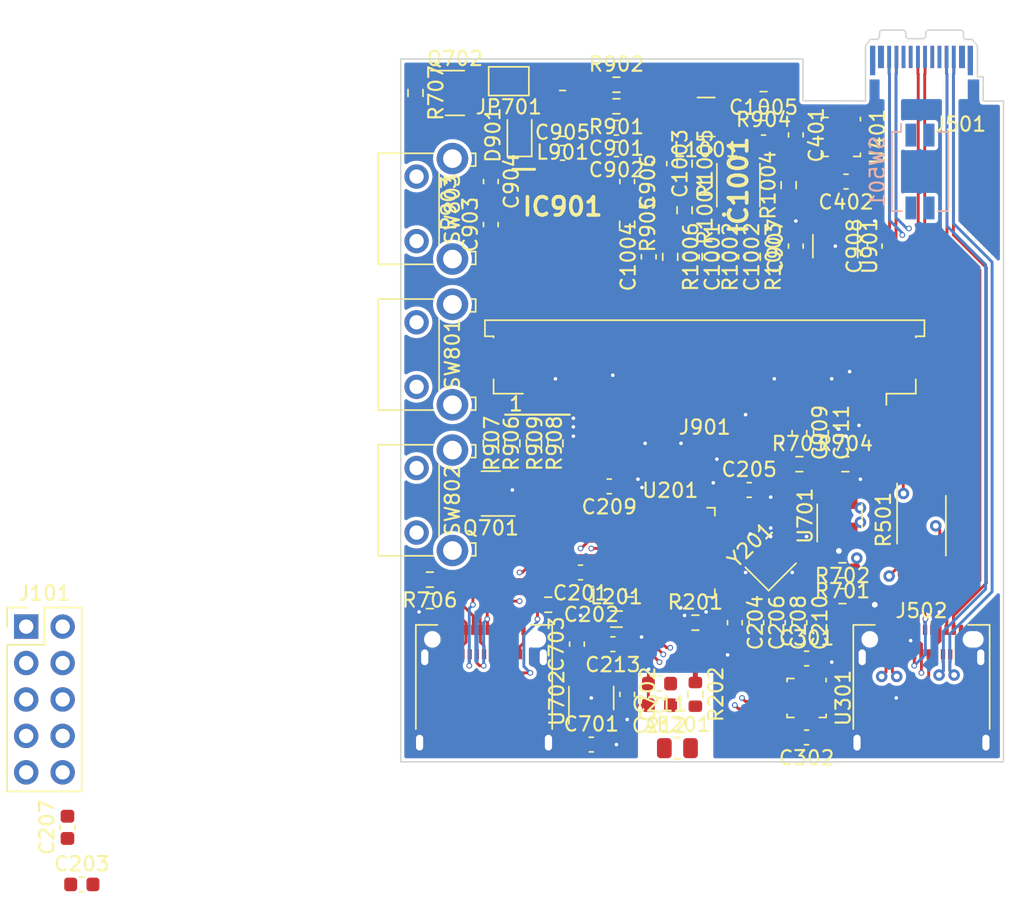
<source format=kicad_pcb>
(kicad_pcb (version 20211014) (generator pcbnew)
  (layers (0 "F.Cu" signal) (1 "In1.Cu" signal) (2 "In2.Cu" signal) (31 "B.Cu" jumper) (34 "B.Paste" user) (35 "F.Paste" user) (36 "B.SilkS" user "B.Silkscreen") (37 "F.SilkS" user "F.Silkscreen") (38 "B.Mask" user) (39 "F.Mask" user) (44 "Edge.Cuts" user))
  (net 0 "")
  (net 1 "VDD")
  (net 2 "GND")
  (net 3 "/FUSB303/VConn 5V")
  (net 4 "/5V_USB")
  (net 5 "Net-(C702-Pad1)")
  (net 6 "Net-(C903-Pad1)")
  (net 7 "/FUSB302/VConn 5V")
  (net 8 "/VBus")
  (net 9 "/CC1")
  (net 10 "/CC2")
  (net 11 "/BootMode")
  (net 12 "Net-(C903-Pad2)")
  (net 13 "/~{Reset}")
  (net 14 "/VBus ADC")
  (net 15 "/ADC Measurements/VRef")
  (net 16 "Net-(C905-Pad1)")
  (net 17 "Net-(C905-Pad2)")
  (net 18 "Net-(C1001-Pad1)")
  (net 19 "Net-(C1002-Pad1)")
  (net 20 "Net-(C1004-Pad2)")
  (net 21 "/Power/EN")
  (net 22 "Net-(IC901-Pad4)")
  (net 23 "Net-(IC901-Pad6)")
  (net 24 "Net-(IC1001-Pad4)")
  (net 25 "Net-(IC1001-Pad6)")
  (net 26 "/Power/L7983/Lx")
  (net 27 "/JTAG TMS")
  (net 28 "/JTAG TCK")
  (net 29 "/JTAG TDO")
  (net 30 "/JTAG TDI")
  (net 31 "/CC1_X")
  (net 32 "/CC2_X")
  (net 33 "/Spare GPIO 1")
  (net 35 "/Spare GPIO 0")
  (net 36 "/SCL")
  (net 37 "/SDA")
  (net 38 "Net-(C201-Pad1)")
  (net 39 "/USB D+")
  (net 40 "/USB D-")
  (net 41 "/Uart Rx")
  (net 42 "/Uart Tx")
  (net 43 "/Current ADC")
  (net 44 "/I Sense 1")
  (net 45 "/I Sense 2")
  (net 46 "Net-(C202-Pad1)")
  (net 47 "/LCD CS")
  (net 48 "/LCD SCK")
  (net 49 "/LCD DC")
  (net 50 "/LCD COPI")
  (net 51 "/LCD PWM")
  (net 52 "Net-(Q702-Pad1)")
  (net 53 "Net-(C204-Pad1)")
  (net 54 "/Button A")
  (net 55 "/Button C")
  (net 57 "/~{FUSB IRQ1}")
  (net 58 "/SCL1")
  (net 59 "/SDA1")
  (net 60 "/~{FUSB IRQ0}")
  (net 61 "Net-(C208-Pad1)")
  (net 62 "Net-(J601-PadA5)")
  (net 63 "Net-(J601-PadB5)")
  (net 64 "Net-(L201-Pad1)")
  (net 65 "Net-(L201-Pad2)")
  (net 68 "Net-(Y201-Pad1)")
  (net 69 "Net-(Y201-Pad3)")
  (net 70 "/UI/LEDK")
  (net 71 "/~{TOUCH_IRQ}")
  (net 72 "Net-(C907-Pad1)")
  (net 73 "/UI/VDD2.8")
  (net 74 "/UI/TE")
  (net 80 "Net-(J901-Pad46)")
  (net 81 "Net-(J901-Pad47)")
  (net 82 "Net-(J901-Pad48)")
  (net 83 "Net-(J901-Pad49)")
  (net 85 "/Measurement ports/TX1_+")
  (net 86 "/Measurement ports/TX1_-")
  (net 87 "/Measurement ports/VBUS2")
  (net 88 "/Measurement ports/SBU1")
  (net 89 "/Measurement ports/RX2_-")
  (net 90 "/Measurement ports/RX2_+")
  (net 91 "/Measurement ports/TX2_+")
  (net 92 "/Measurement ports/TX2_-")
  (net 93 "/Measurement ports/SBU2")
  (net 94 "/Measurement ports/RX1_-")
  (net 95 "/Measurement ports/RX1_+")
  (net 96 "/SENSE_USB_D+")
  (net 97 "/SENSE_USB_D-")
  (net 98 "/Main MCU/ANT")
  (net 99 "/Main MCU/RF")
  (footprint "Capacitor_SMD:C_0603_1608Metric" (layer "F.Cu") (at 219 99.25 -90)
    (fp_text reference "C206")
    (fp_text value "100nF")
  )
  (footprint "Resistor_SMD:R_0603_1608Metric" (layer "F.Cu") (at 209.25 61.75)
    (fp_text reference "R902")
    (fp_text value "-")
  )
  (footprint "Capacitor_SMD:C_0603_1608Metric" (layer "F.Cu") (at 205.5 66.5)
    (fp_text reference "C905")
    (fp_text value "100nF")
  )
  (footprint "Resistor_SMD:R_0603_1608Metric" (layer "F.Cu") (at 213 73.75 -90)
    (fp_text reference "R1006")
    (fp_text value "68k")
  )
  (footprint "Resistor_SMD:R_0603_1608Metric" (layer "F.Cu") (at 196.25 97.75 180)
    (fp_text reference "R601" hide)
    (fp_text value "5.1k")
  )
  (footprint "Resistor_SMD:R_0603_1608Metric" (layer "F.Cu") (at 205 86.75 90)
    (fp_text reference "R909")
    (fp_text value "200?")
  )
  (footprint "Capacitor_SMD:C_0603_1608Metric" (layer "F.Cu") (at 220.5 99.25 -90)
    (fp_text reference "C208")
    (fp_text value "1uF")
  )
  (footprint "Capacitor_SMD:C_0603_1608Metric" (layer "F.Cu") (at 206.5 100.75 90)
    (fp_text reference "C703")
    (fp_text value "C")
  )
  (footprint "Capacitor_SMD:C_0603_1608Metric" (layer "F.Cu") (at 210 104.25 -90)
    (fp_text reference "C702")
    (fp_text value "C")
  )
  (footprint "Capacitor_SMD:C_0603_1608Metric" (layer "F.Cu") (at 211.5 73.75 90)
    (fp_text reference "C1004")
    (fp_text value "2.2uF")
  )
  (footprint "Resistor_SMD:R_0603_1608Metric" (layer "F.Cu") (at 202 86.75 90)
    (fp_text reference "R907")
    (fp_text value "200?")
  )
  (footprint "Resistor_SMD:R_0603_1608Metric" (layer "F.Cu") (at 210 71.5 -90)
    (fp_text reference "R905")
    (fp_text value "200k")
  )
  (footprint "Capacitor_SMD:C_0603_1608Metric" (layer "F.Cu") (at 221.75 73 90)
    (fp_text reference "C907")
    (fp_text value "C")
  )
  (footprint "Connector_USB:USB_C_Receptacle_Amphenol_12401610E4-2A" (layer "F.Cu") (at 230.505 104.775)
    (fp_text reference "J502")
    (fp_text value "USB_C_Receptacle")
  )
  (footprint "Capacitor_SMD:C_0603_1608Metric" (layer "F.Cu") (at 212.25 67.25 -90)
    (fp_text reference "C1003")
    (fp_text value "2.2uF")
  )
  (footprint "Capacitor_SMD:C_0603_1608Metric" (layer "F.Cu") (at 172 117.5)
    (fp_text reference "C203")
    (fp_text value "1uF")
  )
  (footprint "Resistor_SMD:R_0603_1608Metric" (layer "F.Cu") (at 215.75 73.75 -90)
    (fp_text reference "R1002")
    (fp_text value "DNP")
  )
  (footprint "Capacitor_SMD:C_0603_1608Metric" (layer "F.Cu") (at 209.25 64.75 180)
    (fp_text reference "C901")
    (fp_text value "47uF")
  )
  (footprint "Capacitor_SMD:C_0603_1608Metric" (layer "F.Cu") (at 212.25 105 180)
    (fp_text reference "C212")
    (fp_text value "-")
  )
  (footprint "Resistor_SMD:R_0603_1608Metric" (layer "F.Cu") (at 204.5 98 180)
    (fp_text reference "R602" hide)
    (fp_text value "5.1k")
  )
  (footprint "Package_TO_SOT_SMD:SOT-23-5" (layer "F.Cu") (at 207.5 104.5 90)
    (fp_text reference "U702")
    (fp_text value "TC2014-3.3VxCTTR")
  )
  (footprint "Capacitor_SMD:C_0603_1608Metric" (layer "F.Cu") (at 171 113.52 90)
    (fp_text reference "C207")
    (fp_text value "100nF")
  )
  (footprint "Capacitor_SMD:C_0603_1608Metric" (layer "F.Cu") (at 209 100.75 180)
    (fp_text reference "C213")
    (fp_text value "0.1uF")
  )
  (footprint "Capacitor_SMD:C_0603_1608Metric" (layer "F.Cu") (at 209.25 66.25 180)
    (fp_text reference "C902")
    (fp_text value "4.7uF")
  )
  (footprint "Package_TO_SOT_SMD:SOT-23" (layer "F.Cu") (at 198 62.325)
    (fp_text reference "Q702")
    (fp_text value "MMBT3904")
  )
  (footprint "Button_Switch_THT:SW_Tactile_SKHH_Angled" (layer "F.Cu") (at 195.325 82.81 90)
    (fp_text reference "SW801")
    (fp_text value "SW_Push")
  )
  (footprint "Button_Switch_THT:SW_Tactile_SKHH_Angled" (layer "F.Cu") (at 195.325 92.97 90)
    (fp_text reference "SW802")
    (fp_text value "SW_Push")
  )
  (footprint "Resistor_SMD:R_0603_1608Metric" (layer "F.Cu") (at 214 67.25 -90)
    (fp_text reference "R1005")
    (fp_text value "180k")
  )
  (footprint "Inductor_SMD:L_1210_3225Metric" (layer "F.Cu") (at 215.5 64 180)
    (fp_text reference "L1001")
    (fp_text value "47uH")
  )
  (footprint "Inductor_SMD:L_0805_2012Metric" (layer "F.Cu") (at 209.25 99)
    (fp_text reference "L201")
    (fp_text value "2.2uH")
  )
  (footprint "Capacitor_SMD:C_0603_1608Metric" (layer "F.Cu") (at 221.75 65.25 -90)
    (fp_text reference "C401")
    (fp_text value "1uF")
  )
  (footprint "Resistor_SMD:R_0603_1608Metric" (layer "F.Cu") (at 218.75 73.75 -90)
    (fp_text reference "R1003")
    (fp_text value "0")
  )
  (footprint "Resistor_SMD:R_0805_2012Metric" (layer "F.Cu") (at 213.5 108)
    (fp_text reference "AE201")
    (fp_text value "KH2012F245C04")
  )
  (footprint "Button_Switch_THT:SW_Tactile_SKHH_Angled" (layer "F.Cu") (at 195.325 72.65 90)
    (fp_text reference "SW803")
    (fp_text value "SW_Push")
  )
  (footprint "Resistor_SMD:R_0603_1608Metric" (layer "F.Cu") (at 196.25 96.25 180)
    (fp_text reference "R706")
    (fp_text value "100k")
  )
  (footprint "Capacitor_SMD:C_0603_1608Metric" (layer "F.Cu") (at 217.25 73.75 -90)
    (fp_text reference "C1002")
    (fp_text value "2.2uF")
  )
  (footprint "Package_TO_SOT_SMD:SOT-23-6" (layer "F.Cu") (at 224.8 91.8 90)
    (fp_text reference "U701")
    (fp_text value "INA181")
  )
  (footprint "Connector_FFC-FPC:Molex_54132-5033_1x50-1MP_P0.5mm_Horizontal" (layer "F.Cu") (at 215.4 81.875 180)
    (fp_text reference "J901")
    (fp_text value "Conn_02x25_Odd_Even_MountingPin")
  )
  (footprint "Capacitor_SMD:C_0603_1608Metric" (layer "F.Cu") (at 222 86 -90)
    (fp_text reference "C909")
    (fp_text value "0.1u")
  )
  (footprint "Capacitor_SMD:C_0603_1608Metric" (layer "F.Cu") (at 225.25 68.5 180)
    (fp_text reference "C402")
    (fp_text value "1uF")
  )
  (footprint "Package_TO_SOT_SMD:SOT-23" (layer "F.Cu") (at 200.5 90.25 180)
    (fp_text reference "Q701")
    (fp_text value "2N7002")
  )
  (footprint "Resistor_SMD:R_0603_1608Metric" (layer "F.Cu") (at 195.25 62.325 -90)
    (fp_text reference "R707")
    (fp_text value "1M")
  )
  (footprint "Connector_PinHeader_2.54mm:PinHeader_2x05_P2.54mm_Vertical" (layer "F.Cu") (at 168.125 99.525)
    (fp_text reference "J101")
    (fp_text value "JTAG")
  )
  (footprint "Capacitor_SMD:C_0603_1608Metric" (layer "F.Cu") (at 206.75 95.75 180)
    (fp_text reference "C201")
    (fp_text value "1uF")
  )
  (footprint "Capacitor_SMD:C_0603_1608Metric" (layer "F.Cu") (at 217.5 99.25 -90)
    (fp_text reference "C204")
    (fp_text value "1uF")
  )
  (footprint "Resistor_SMD:R_0603_1608Metric" (layer "F.Cu") (at 222 88.2)
    (fp_text reference "R703")
    (fp_text value "100K")
  )
  (footprint "Capacitor_SMD:C_0603_1608Metric" (layer "F.Cu") (at 207.5 107.75)
    (fp_text reference "C701")
    (fp_text value "C")
  )
  (footprint "Package_DFN_QFN:WQFN-14-1EP_2.5x2.5mm_P0.5mm_EP1.45x1.45mm" (layer "F.Cu") (at 224.89 65.39 -90)
    (fp_text reference "U401")
    (fp_text value "FUSB302B")
  )
  (footprint "Resistor_SMD:R_0603_1608Metric" (layer "F.Cu") (at 225 97.4)
    (fp_text reference "R702")
    (fp_text value "100K")
  )
  (footprint "Resistor_SMD:R_0603_1608Metric" (layer "F.Cu") (at 225.2 88.2)
    (fp_text reference "R704")
    (fp_text value "100K")
  )
  (footprint "Inductor_SMD:L_Wuerth_MAPI-3010" (layer "F.Cu") (at 205.5 63.75 180)
    (fp_text reference "L901")
    (fp_text value "15")
  )
  (footprint "Capacitor_SMD:C_0603_1608Metric" (layer "F.Cu") (at 214.5 73.75 -90)
    (fp_text reference "C1001")
    (fp_text value "100nF")
  )
  (footprint "Resistor_SMD:R_Shunt_Vishay_WSK2512_6332Metric_T1.19mm" (layer "F.Cu") (at 230.505 92.075 90)
    (fp_text reference "R501")
    (fp_text value "0.02")
  )
  (footprint "Package_DFN_QFN:WQFN-14-1EP_2.5x2.5mm_P0.5mm_EP1.45x1.45mm" (layer "F.Cu") (at 222.5 104.5 -90)
    (fp_text reference "U301")
    (fp_text value "FUSB302B")
  )
  (footprint "Resistor_SMD:R_0603_1608Metric" (layer "F.Cu") (at 221.25 68.75 90)
    (fp_text reference "R1004")
    (fp_text value "100k")
  )
  (footprint "Resistor_SMD:R_0603_1608Metric" (layer "F.Cu") (at 199 70 90)
    (fp_text reference "R903")
    (fp_text value "-")
  )
  (footprint "Resistor_SMD:R_0603_1608Metric" (layer "F.Cu") (at 214.75 104.25 -90)
    (fp_text reference "R202")
    (fp_text value "0")
  )
  (footprint "Capacitor_SMD:C_0603_1608Metric" (layer "F.Cu") (at 222 99.25 -90)
    (fp_text reference "C210")
    (fp_text value "100nF")
  )
  (footprint "L7983PU33R:L7983PU33R" (layer "F.Cu") (at 217.75 68.75 90)
    (fp_text reference "IC1001")
    (fp_text value "L7983PU33R" hide)
  )
  (footprint "Package_DFN_QFN:QFN-48-1EP_6x6mm_P0.4mm_EP4.2x4.2mm" (layer "F.Cu") (at 213 94.35)
    (fp_text reference "U201")
    (fp_text value "BL706")
  )
  (footprint "Capacitor_SMD:C_0603_1608Metric" (layer "F.Cu") (at 200.5 71.5 90)
    (fp_text reference "C903")
    (fp_text value "-")
  )
  (footprint "Resistor_SMD:R_0603_1608Metric" (layer "F.Cu") (at 209.25 63.25 180)
    (fp_text reference "R901")
    (fp_text value "200k")
  )
  (footprint "Jumper:SolderJumper-2_P1.3mm_Open_Pad1.0x1.5mm" (layer "F.Cu") (at 201.75 61.5 180)
    (fp_text reference "JP701")
    (fp_text value "Disable")
  )
  (footprint "Resistor_SMD:R_0603_1608Metric" (layer "F.Cu") (at 225 95.6 180)
    (fp_text reference "R701")
    (fp_text value "1.4M")
  )
  (footprint "Resistor_SMD:R_0603_1608Metric" (layer "F.Cu") (at 219.5 62.75 180)
    (fp_text reference "R904")
    (fp_text value "200k")
  )
  (footprint "Connector_USB:USB_C_Plug_JAE_DX07P024AJ1" (layer "F.Cu") (at 230.505 60.96 180)
    (fp_text reference "J501")
    (fp_text value "USB_C_Receptacle")
    (fp_line (start -3.125 2.3725) (end -3.53 2.3725) (layer "Edge.Cuts") (width 0.1))
    (fp_line (start 2.925 2.8225) (end 2.925 2.5725) (layer "Edge.Cuts") (width 0.1))
    (fp_line (start -2.925 2.8225) (end -2.925 2.5725) (layer "Edge.Cuts") (width 0.1))
    (fp_line (start 1.1 2.8225) (end 1.1 2.6225) (layer "Edge.Cuts") (width 0.1))
    (fp_line (start -3.9 1.9225) (end -3.9 -0.2275) (layer "Edge.Cuts") (width 0.1))
    (fp_line (start 3.125 2.3725) (end 3.575 2.3725) (layer "Edge.Cuts") (width 0.1))
    (fp_line (start -3.53 2.3725) (end -3.9 1.9225) (layer "Edge.Cuts") (width 0.1))
    (fp_line (start -0.1 2.4225) (end 0.9 2.4225) (layer "Edge.Cuts") (width 0.1))
    (fp_line (start 3.9 1.9225) (end 3.9 -1.9175) (layer "Edge.Cuts") (width 0.1))
    (fp_line (start -4.3 -0.2275) (end -3.9 -0.2275) (layer "Edge.Cuts") (width 0.1))
    (fp_line (start -0.3 2.6225) (end -0.3 2.8225) (layer "Edge.Cuts") (width 0.1))
    (fp_line (start 1.3 3.0225) (end 2.725 3.0225) (layer "Edge.Cuts") (width 0.1))
    (fp_line (start -4.3 -1.93) (end -4.3 -0.2275) (layer "Edge.Cuts") (width 0.1))
    (fp_line (start 3.575 2.3725) (end 3.9 1.9225) (layer "Edge.Cuts") (width 0.1))
    (fp_line (start -0.5 3.0225) (end -2.725 3.0225) (layer "Edge.Cuts") (width 0.1))
    (fp_arc (start 1.3 3.0225) (mid 1.158579 2.963921) (end 1.1 2.8225) (layer "Edge.Cuts") (width 0.1))
    (fp_arc (start -3.125 2.3725) (mid -2.983579 2.431079) (end -2.925 2.5725) (layer "Edge.Cuts") (width 0.1))
    (fp_arc (start -0.3 2.8225) (mid -0.358579 2.963921) (end -0.5 3.0225) (layer "Edge.Cuts") (width 0.1))
    (fp_arc (start 0.9 2.4225) (mid 1.041421 2.481079) (end 1.1 2.6225) (layer "Edge.Cuts") (width 0.1))
    (fp_arc (start -0.3 2.6225) (mid -0.241421 2.481079) (end -0.1 2.4225) (layer "Edge.Cuts") (width 0.1))
    (fp_arc (start 2.925 2.5725) (mid 2.983579 2.431079) (end 3.125 2.3725) (layer "Edge.Cuts") (width 0.1))
    (fp_arc (start -2.725 3.0225) (mid -2.866421 2.963921) (end -2.925 2.8225) (layer "Edge.Cuts") (width 0.1))
    (fp_arc (start 2.925 2.8225) (mid 2.866421 2.963921) (end 2.725 3.0225) (layer "Edge.Cuts") (width 0.1))
  )
  (footprint "Capacitor_SMD:C_0603_1608Metric" (layer "F.Cu") (at 212.25 103.5 180)
    (fp_text reference "C211")
    (fp_text value "-")
  )
  (footprint "Capacitor_SMD:C_0603_1608Metric" (layer "F.Cu") (at 200.5 68.5 -90)
    (fp_text reference "C904")
    (fp_text value "-")
  )
  (footprint "Capacitor_SMD:C_0603_1608Metric" (layer "F.Cu") (at 222.5 107.25 180)
    (fp_text reference "C302")
    (fp_text value "1uF")
  )
  (footprint "Capacitor_SMD:C_0603_1608Metric" (layer "F.Cu") (at 207.5 97.25 180)
    (fp_text reference "C202")
    (fp_text value "1uF")
  )
  (footprint "Resistor_SMD:R_0603_1608Metric" (layer "F.Cu") (at 203.5 86.75 -90)
    (fp_text reference "R908")
    (fp_text value "200?")
  )
  (footprint "Package_TO_SOT_SMD:SOT-23-5" (layer "F.Cu") (at 224.5 73 -90)
    (fp_text reference "U901")
    (fp_text value "LP2985-2.8")
  )
  (footprint "Capacitor_SMD:C_0603_1608Metric" (layer "F.Cu") (at 210 68.5 -90)
    (fp_text reference "C906")
    (fp_text value "4.7uF")
  )
  (footprint "Capacitor_SMD:C_0603_1608Metric" (layer "F.Cu") (at 219.5 64.75)
    (fp_text reference "C1005")
    (fp_text value "C")
  )
  (footprint "Diode_SMD:D_SOD-323" (layer "F.Cu") (at 202.5 65.25 90)
    (fp_text reference "D901")
    (fp_text value "D_Schottky")
  )
  (footprint "Resistor_SMD:R_0603_1608Metric" (layer "F.Cu") (at 214 70.5 -90)
    (fp_text reference "R1001")
    (fp_text value "0")
  )
  (footprint "Capacitor_SMD:C_0603_1608Metric" (layer "F.Cu") (at 218.5 90)
    (fp_text reference "C205")
    (fp_text value "10uF")
  )
  (footprint "Capacitor_SMD:C_0603_1608Metric" (layer "F.Cu") (at 223.5 86 -90)
    (fp_text reference "C911")
    (fp_text value "1uf")
  )
  (footprint "Capacitor_SMD:C_0603_1608Metric" (layer "F.Cu") (at 208.75 89.75 180)
    (fp_text reference "C209")
    (fp_text value "16pF")
  )
  (footprint "Capacitor_SMD:C_0603_1608Metric" (layer "F.Cu") (at 227.25 73 90)
    (fp_text reference "C908")
    (fp_text value "0.1u")
  )
  (footprint "Resistor_SMD:R_0603_1608Metric" (layer "F.Cu") (at 214.75 99.25)
    (fp_text reference "R201")
    (fp_text value "10k")
  )
  (footprint "Connector_USB:USB_C_Receptacle_Amphenol_12401610E4-2A" (layer "F.Cu") (at 200.025 104.775)
    (fp_text reference "J601" hide)
    (fp_text value "USB_C_Receptacle")
  )
  (footprint "Resistor_SMD:R_0603_1608Metric" (layer "F.Cu") (at 200.5 86.75 -90)
    (fp_text reference "R906")
    (fp_text value "200?")
  )
  (footprint "Crystal:Crystal_SMD_2016-4Pin_2.0x1.6mm" (layer "F.Cu") (at 220 95.25 45)
    (fp_text reference "Y201")
    (fp_text value "40MHz")
  )
  (footprint "MP4560DN:SOIC127P600X170-9N" (layer "F.Cu") (at 205.5 70.25)
    (fp_text reference "IC901")
    (fp_text value "MP4560DN-LF-Z" hide)
  )
  (footprint "Capacitor_SMD:C_0603_1608Metric" (layer "F.Cu") (at 222.5 101.75)
    (fp_text reference "C301")
    (fp_text value "1uF")
  )
  (footprint "Button_Switch_SMD:SW_DIP_SPSTx02_Slide_Copal_CHS-02A_W5.08mm_P1.27mm_JPin" (layer "B.Cu") (at 230.4 67.8 -90)
    (fp_text reference "SW501")
    (fp_text value "SW_DIP_x02")
  )
  (gr_line (start 201.5 84.75) (end 206 84.75) (layer "F.SilkS") (width 0.15))
  (gr_line (start 194.22 59.955) (end 194.22 108.955) (layer "Edge.Cuts") (width 0.1))
  (gr_line (start 222.25 62.865) (end 222.25 59.955) (layer "Edge.Cuts") (width 0.1))
  (gr_line (start 236.22 108.955) (end 194.22 108.955) (layer "Edge.Cuts") (width 0.1))
  (gr_line (start 234.805 62.89) (end 236.22 62.89) (layer "Edge.Cuts") (width 0.1))
  (gr_line (start 236.22 62.89) (end 236.22 108.955) (layer "Edge.Cuts") (width 0.1))
  (gr_line (start 226.605 62.8775) (end 222.25 62.865) (layer "Edge.Cuts") (width 0.1))
  (gr_line (start 194.22 59.955) (end 221.615 59.955) (layer "Edge.Cuts") (width 0.1))
  (gr_line (start 222.25 59.955) (end 221.615 59.955) (layer "Edge.Cuts") (width 0.1))
  (gr_text "1" (at 202.25 84) (layer "F.SilkS") (effects (font (size 1 1))))
  (segment (start 215.2 97.3) (end 215.2 98.2) (width 0.2) (layer "F.Cu") (net 1))
  (segment (start 210.8 90.3) (end 210.25 89.75) (width 0.2) (layer "F.Cu") (net 1))
  (segment (start 203.15 83.525) (end 203.15 81.85) (width 0.3) (layer "F.Cu") (net 1))
  (segment (start 207.275 101.525) (end 207.75 102) (width 0.2) (layer "F.Cu") (net 1))
  (segment (start 220.15 82.35) (end 220.25 82.25) (width 0.3) (layer "F.Cu") (net 1))
  (segment (start 220.15 83.525) (end 220.15 82.35) (width 0.3) (layer "F.Cu") (net 1))
  (segment (start 205.75 81.25) (end 207 81.25) (width 0.3) (layer "F.Cu") (net 1))
  (segment (start 211 100) (end 211 100.25) (width 0.2) (layer "F.Cu") (net 1))
  (segment (start 210.25 89.75) (end 209.525 89.75) (width 0.2) (layer "F.Cu") (net 1))
  (segment (start 207.75 102) (end 209.25 102) (width 0.2) (layer "F.Cu") (net 1))
  (segment (start 211.2 99.8) (end 211 100) (width 0.2) (layer "F.Cu") (net 1))
  (segment (start 223.55 71.8625) (end 223.55 70.95) (width 0.4) (layer "F.Cu") (net 1))
  (segment (start 220 81.25) (end 220.25 81.5) (width 0.3) (layer "F.Cu") (net 1))
  (segment (start 224 70.5) (end 225 70.5) (width 0.4) (layer "F.Cu") (net 1))
  (segment (start 217.119988 91.369988) (end 217.25 91.239976) (width 0.2) (layer "F.Cu") (net 1))
  (segment (start 214 97.3) (end 214 97.945682) (width 0.2) (layer "F.Cu") (net 1))
  (segment (start 206.15 81.65) (end 205.75 81.25) (width 0.3) (layer "F.Cu") (net 1))
  (segment (start 220.75 86.75) (end 220.75 87.775) (width 0.3) (layer "F.Cu") (net 1))
  (segment (start 220.75 103.75) (end 220.5 103.5) (width 0.2) (layer "F.Cu") (net 1))
  (segment (start 211 100) (end 210.25 100.75) (width 0.2) (layer "F.Cu") (net 1))
  (segment (start 214 97.945682) (end 213.731894 98.213788) (width 0.2) (layer "F.Cu") (net 1))
  (segment (start 220.5 102) (end 220.75 101.75) (width 0.2) (layer "F.Cu") (net 1))
  (segment (start 210.8 91.4) (end 210.8 90.3) (width 0.2) (layer "F.Cu") (net 1))
  (segment (start 220.25 81.5) (end 220.25 82.25) (width 0.3) (layer "F.Cu") (net 1))
  (segment (start 216.339976 92.15) (end 217.119988 91.369988) (width 0.2) (layer "F.Cu") (net 1))
  (segment (start 220.75 101.75) (end 221.725 101.75) (width 0.2) (layer "F.Cu") (net 1))
  (segment (start 215.575 98.575) (end 215.575 99.25) (width 0.2) (layer "F.Cu") (net 1))
  (segment (start 223.55 70.95) (end 224 70.5) (width 0.4) (layer "F.Cu") (net 1))
  (segment (start 222 103.2375) (end 222 102.025) (width 0.2) (layer "F.Cu") (net 1))
  (segment (start 221.175 88.925) (end 221.175 88.2) (width 0.3) (layer "F.Cu") (net 1))
  (segment (start 203.75 81.25) (end 205.75 81.25) (width 0.3) (layer "F.Cu") (net 1))
  (segment (start 220.75 87.775) (end 221.175 88.2) (width 0.3) (layer "F.Cu") (net 1))
  (segment (start 220.5 103.5) (end 220.5 102) (width 0.2) (layer "F.Cu") (net 1))
  (segment (start 222 102.025) (end 221.725 101.75) (width 0.2) (layer "F.Cu") (net 1))
  (segment (start 223.85 89.85) (end 223.25 89.25) (width 0.3) (layer "F.Cu") (net 1))
  (segment (start 203.15 81.85) (end 203.75 81.25) (width 0.3) (layer "F.Cu") (net 1))
  (segment (start 225.45 71.8625) (end 225.45 70.95) (width 0.4) (layer "F.Cu") (net 1))
  (segment (start 215.95 92.15) (end 216.339976 92.15) (width 0.2) (layer "F.Cu") (net 1))
  (segment (start 225.45 70.95) (end 225 70.5) (width 0.4) (layer "F.Cu") (net 1))
  (segment (start 206.65 83.525) (end 206.65 81.6) (width 0.3) (layer "F.Cu") (net 1))
  (segment (start 221.5 89.25) (end 221.175 88.925) (width 0.3) (layer "F.Cu") (net 1))
  (segment (start 206.55 101.575) (end 206.5 101.525) (width 0.2) (layer "F.Cu") (net 1))
  (segment (start 209.775 100.75) (end 209.775 101.475) (width 0.2) (layer "F.Cu") (net 1))
  (segment (start 210.25 100.75) (end 209.775 100.75) (width 0.2) (layer "F.Cu") (net 1))
  (segment (start 207 81.25) (end 220 81.25) (width 0.3) (layer "F.Cu") (net 1))
  (segment (start 223.85 90.6625) (end 223.85 89.85) (width 0.3) (layer "F.Cu") (net 1))
  (segment (start 215.2 98.2) (end 215.575 98.575) (width 0.2) (layer "F.Cu") (net 1))
  (segment (start 217.725 90) (end 217.725 90.764976) (width 0.2) (layer "F.Cu") (net 1))
  (segment (start 221.2375 103.75) (end 220.75 103.75) (width 0.2) (layer "F.Cu") (net 1))
  (segment (start 209.775 101.475) (end 209.25 102) (width 0.2) (layer "F.Cu") (net 1))
  (segment (start 206.65 81.6) (end 207 81.25) (width 0.3) (layer "F.Cu") (net 1))
  (segment (start 223.25 89.25) (end 221.5 89.25) (width 0.3) (layer "F.Cu") (net 1))
  (segment (start 206.15 83.525) (end 206.15 81.65) (width 0.3) (layer "F.Cu") (net 1))
  (segment (start 211.2 97.3) (end 211.2 99.8) (width 0.2) (layer "F.Cu") (net 1))
  (segment (start 217.725 90.764976) (end 217.25 91.239976) (width 0.2) (layer "F.Cu") (net 1))
  (segment (start 206.5 101.525) (end 207.275 101.525) (width 0.2) (layer "F.Cu") (net 1))
  (segment (start 206.55 103.3625) (end 206.55 101.575) (width 0.2) (layer "F.Cu") (net 1))
  (via (at 220.25 82.25) (size 0.4) (drill 0.25) (layers "F.Cu" "B.Cu") (net 1))
  (via (at 215.5 98.5) (size 0.4) (drill 0.25) (layers "F.Cu" "B.Cu") (net 1))
  (via (at 220.75 86.75) (size 0.4) (drill 0.25) (layers "F.Cu" "B.Cu") (net 1))
  (via (at 211 100.25) (size 0.4) (drill 0.25) (layers "F.Cu" "B.Cu") (net 1))
  (via (at 213.731894 98.213788) (size 0.4) (drill 0.25) (layers "F.Cu" "B.Cu") (net 1))
  (segment (start 211 100.25) (end 213.036212 98.213788) (width 0.2) (layer "B.Cu") (net 1))
  (segment (start 215.213788 98.213788) (end 215.5 98.5) (width 0.2) (layer "B.Cu") (net 1))
  (segment (start 220.75 82.75) (end 220.75 86.75) (width 0.3) (layer "B.Cu") (net 1))
  (segment (start 213.731894 98.213788) (end 215.213788 98.213788) (width 0.2) (layer "B.Cu") (net 1))
  (segment (start 213.036212 98.213788) (end 213.731894 98.213788) (width 0.2) (layer "B.Cu") (net 1))
  (segment (start 220.25 82.25) (end 220.75 82.75) (width 0.3) (layer "B.Cu") (net 1))
  (segment (start 215.5 82.25) (end 215 82.25) (width 0.3) (layer "F.Cu") (net 2))
  (segment (start 222.5 106.475) (end 221.725 107.25) (width 0.2) (layer "F.Cu") (net 2))
  (segment (start 226.65 83.525) (end 226.65 86.35) (width 0.2) (layer "F.Cu") (net 2))
  (segment (start 205.325 98) (end 206 98) (width 0.2) (layer "F.Cu") (net 2))
  (segment (start 217.15 83.525) (end 217.15 82.4) (width 0.3) (layer "F.Cu") (net 2))
  (segment (start 227.505 100.768918) (end 227.755 100.518918) (width 0.2) (layer "F.Cu") (net 2))
  (segment (start 207.275 100.75) (end 206.5 99.975) (width 0.2) (layer "F.Cu") (net 2))
  (segment (start 222 100.025) (end 217.5 100.025) (width 0.2) (layer "F.Cu") (net 2))
  (segment (start 207.15 82.35) (end 207.5 82) (width 0.3) (layer "F.Cu") (net 2))
  (segment (start 214.65 83.525) (end 214.65 82.4) (width 0.3) (layer "F.Cu") (net 2))
  (segment (start 222 105.7625) (end 222 106.975) (width 0.2) (layer "F.Cu") (net 2))
  (segment (start 217.65 82.4) (end 217.5 82.25) (width 0.3) (layer "F.Cu") (net 2))
  (segment (start 222.5 105.7625) (end 222.5 106.475) (width 0.2) (layer "F.Cu") (net 2))
  (segment (start 197.025 100.768918) (end 197.099521 100.694397) (width 0.2) (layer "F.Cu") (net 2))
  (segment (start 224 101.75) (end 224.25 102) (width 0.2) (layer "F.Cu") (net 2))
  (segment (start 218.15 83.525) (end 218.15 82.4) (width 0.3) (layer "F.Cu") (net 2))
  (segment (start 207.15 83.525) (end 207.15 82.35) (width 0.3) (layer "F.Cu") (net 2))
  (segment (start 214.5 82.25) (end 214 82.25) (width 0.3) (layer "F.Cu") (net 2))
  (segment (start 221.75 72.225) (end 221.75 71.25) (width 0.4) (layer "F.Cu") (net 2))
  (segment (start 209 82) (end 210.25 82) (width 0.3) (layer "F.Cu") (net 2))
  (segment (start 212.15 83.525) (end 212.15 82.4) (width 0.3) (layer "F.Cu") (net 2))
  (segment (start 206.5 99.975) (end 206.5 99) (width 0.2) (layer "F.Cu") (net 2))
  (segment (start 211.25 82.25) (end 210.75 82.25) (width 0.3) (layer "F.Cu") (net 2))
  (segment (start 212.65 83.525) (end 212.65 82.4) (width 0.3) (layer "F.Cu") (net 2))
  (segment (start 206.725 98.725) (end 206.75 98.75) (width 0.2) (layer "F.Cu") (net 2))
  (segment (start 211.15 83.525) (end 211.15 82.35) (width 0.3) (layer "F.Cu") (net 2))
  (segment (start 215.15 82.4) (end 215 82.25) (width 0.3) (layer "F.Cu") (net 2))
  (segment (start 226.025 86.975) (end 226.025 87.025) (width 0.2) (layer "F.Cu") (net 2))
  (segment (start 216.5 82.25) (end 216 82.25) (width 0.3) (layer "F.Cu") (net 2))
  (segment (start 210.65 83.525) (end 210.65 82.35) (width 0.3) (layer "F.Cu") (net 2))
  (segment (start 227.15 83.525) (end 227.15 85.85) (width 0.2) (layer "F.Cu") (net 2))
  (segment (start 225.775 86.775) (end 226.025 87.025) (width 0.2) (layer "F.Cu") (net 2))
  (segment (start 223.5 86.775) (end 222 86.775) (width 0.2) (layer "F.Cu") (net 2))
  (segment (start 227.505 101.455) (end 227.505 100.768918) (width 0.2) (layer "F.Cu") (net 2))
  (segment (start 226.65 86.35) (end 226.5 86.5) (width 0.2) (layer "F.Cu") (net 2))
  (segment (start 211.475 103.5) (end 211.475 105) (width 0.2) (layer "F.Cu") (net 2))
  (segment (start 220.893934 95.143934) (end 221.5 95.75) (width 0.2) (layer "F.Cu") (net 2))
  (segment (start 227.25 72.225) (end 227.25 71.25) (width 0.4) (layer "F.Cu") (net 2))
  (segment (start 211.75 82.25) (end 211.25 82.25) (width 0.3) (layer "F.Cu") (net 2))
  (segment (start 195.425 97.75) (end 195.425 98.425) (width 0.2) (layer "F.Cu") (net 2))
  (segment (start 212.5 82.25) (end 212 82.25) (width 0.3) (layer "F.Cu") (net 2))
  (segment (start 213 82.25) (end 212.5 82.25) (width 0.3) (layer "F.Cu") (net 2))
  (segment (start 227.755 98.505) (end 227.25 98) (width 0.2) (layer "F.Cu") (net 2))
  (segment (start 211.475 102.525) (end 211.5 102.5) (width 0.2) (layer "F.Cu") (net 2))
  (segment (start 219.275 90) (end 219.5 90) (width 0.3) (layer "F.Cu") (net 2))
  (segment (start 227.755 99.755) (end 227.755 98.505) (width 0.2) (layer "F.Cu") (net 2))
  (segment (start 210 105.025) (end 210 106) (width 0.2) (layer "F.Cu") (net 2))
  (segment (start 201.4375 89.3) (end 201.4375 89.4375) (width 0.3) (layer "F.Cu") (net 2))
  (segment (start 226.65 97.4) (end 227.25 98) (width 0.2) (layer "F.Cu") (net 2))
  (segment (start 210.75 82.25) (end 210.5 82.25) (width 0.3) (layer "F.Cu") (net 2))
  (segment (start 224.8 94.2) (end 224.75 94.25) (width 0.3) (layer "F.Cu") (net 2))
  (segment (start 218.643934 95.356066) (end 218.25 95.75) (width 0.2) (layer "F.Cu") (net 2))
  (segment (start 211.475 105) (end 210.025 105) (width 0.2) (layer "F.Cu") (net 2))
  (segment (start 210.65 82.35) (end 210.75 82.25) (width 0.3) (layer "F.Cu") (net 2))
  (segment (start 214.15 82.4) (end 214 82.25) (width 0.3) (layer "F.Cu") (net 2))
  (segment (start 218.65 83.525) (end 218.65 82.4) (width 0.3) (layer "F.Cu") (net 2))
  (segment (start 217.65 83.525) (end 217.65 82.4) (width 0.3) (layer "F.Cu") (net 2))
  (segment (start 210.25 82) (end 210.5 82.25) (width 0.3) (layer "F.Cu") (net 2))
  (segment (start 207.5 105.6375) (end 207.5 106.975) (width 0.2) (layer "F.Cu") (net 2))
  (segment (start 226.5 86.5) (end 226.025 86.975) (width 0.2) (layer "F.Cu") (net 2))
  (segment (start 210.15 82.6) (end 210.15 83.525) (width 0.3) (layer "F.Cu") (net 2))
  (segment (start 226.025 89.025) (end 226.25 89.25) (width 0.3) (layer "F.Cu") (net 2))
  (segment (start 227.65 85.35) (end 227.15 85.85) (width 0.2) (layer "F.Cu") (net 2))
  (segment (start 218.5 82.25) (end 218 82.25) (width 0.3) (layer "F.Cu") (net 2))
  (segment (start 211.475 103.5) (end 211.475 102.525) (width 0.2) (layer "F.Cu") (net 2))
  (segment (start 226.025 88.2) (end 226.025 89.025) (width 0.3) (layer "F.Cu") (net 2))
  (segment (start 216.15 82.4) (end 216 82.25) (width 0.3) (layer "F.Cu") (net 2))
  (segment (start 215.65 83.525) (end 215.65 82.4) (width 0.3) (layer "F.Cu") (net 2))
  (segment (start 216 82.25) (end 215.5 82.25) (width 0.3) (layer "F.Cu") (net 2))
  (segment (start 210.025 105) (end 210 105.025) (width 0.2) (layer "F.Cu") (net 2))
  (segment (start 219.5 90) (end 220 90.5) (width 0.3) (layer "F.Cu") (net 2))
  (segment (start 213.15 82.4) (end 213 82.25) (width 0.3) (layer "F.Cu") (net 2))
  (segment (start 201.4375 89.4375) (end 202 90) (width 0.3) (layer "F.Cu") (net 2))
  (segment (start 211.15 82.35) (end 211.25 82.25) (width 0.3) (layer "F.Cu") (net 2))
  (segment (start 216.65 83.525) (end 216.65 82.4) (width 0.3) (layer "F.Cu") (net 2))
  (segment (start 205.65 83.525) (end 205.65 82.575978) (width 0.3) (layer "F.Cu") (net 2))
  (segment (start 215.65 82.4) (end 215.5 82.25) (width 0.3) (layer "F.Cu") (net 2))
  (segment (start 225.825 97.4) (end 226.65 97.4) (width 0.2) (layer "F.Cu") (net 2))
  (segment (start 218.15 82.4) (end 218 82.25) (width 0.3) (layer "F.Cu") (net 2))
  (segment (start 219.116117 95.356066) (end 218.643934 95.356066) (width 0.2) (layer "F.Cu") (net 2))
  (segment (start 218.65 82.4) (end 218.5 82.25) (width 0.3) (layer "F.Cu") (net 2))
  (segment (start 197.275 100.225) (end 197.275 99.755) (width 0.2) (layer "F.Cu") (net 2))
  (segment (start 205.65 82.575978) (end 205.324022 82.25) (width 0.3) (layer "F.Cu") (net 2))
  (segment (start 220.883883 95.143934) (end 220.893934 95.143934) (width 0.2) (layer "F.Cu") (net 2))
  (segment (start 202.775 99.755) (end 202.775 100.670018) (width 0.2) (layer "F.Cu") (net 2))
  (segment (start 197.099521 100.694397) (end 197.099521 100.400479) (width 0.2) (layer "F.Cu") (net 2))
  (segment (start 208.225 100.75) (end 207.275 100.75) (width 0.2) (layer "F.Cu") (net 2))
  (segment (start 218 82.25) (end 217.5 82.25) (width 0.3) (layer "F.Cu") (net 2))
  (segment (start 227.755 100.518918) (end 227.755 99.755) (width 0.2) (layer "F.Cu") (net 2))
  (segment (start 222 106.975) (end 221.725 107.25) (width 0.2) (layer "F.Cu") (net 2))
  (segment (start 207.5 105.6375) (end 207.5 104.5) (width 0.2) (layer "F.Cu") (net 2))
  (segment (start 208.275 107.75) (end 209.25 107.75) (width 0.2) (layer "F.Cu") (net 2))
  (segment (start 213.65 82.4) (end 213.5 82.25) (width 0.3) (layer "F.Cu") (net 2))
  (segment (start 224.8 92.9375) (end 224.8 94.2) (width 0.3) (layer "F.Cu") (net 2))
  (segment (start 224.15 83.525) (end 224.15 82.35) (width 0.2) (layer "F.Cu") (net 2))
  (segment (start 214.65 82.4) (end 214.5 82.25) (width 0.3) (layer "F.Cu") (net 2))
  (segment (start 210.5 82.25) (end 210.15 82.6) (width 0.3) (layer "F.Cu") (net 2))
  (segment (start 211.65 82.35) (end 211.75 82.25) (width 0.3) (layer "F.Cu") (net 2))
  (segment (start 224.5 71.8625) (end 224.5 73) (width 0.4) (layer "F.Cu") (net 2))
  (segment (start 223.5 86.775) (end 225.775 86.775) (width 0.2) (layer "F.Cu") (net 2))
  (segment (start 213.15 83.525) (end 213.15 82.4) (width 0.3) (layer "F.Cu") (net 2))
  (segment (start 213.5 82.25) (end 213 82.25) (width 0.3) (layer "F.Cu") (net 2))
  (segment (start 202.525 100.920018) (end 202.525 101.455) (width 0.2) (layer "F.Cu") (net 2))
  (segment (start 217 82.25) (end 216.5 82.25) (width 0.3) (layer "F.Cu") (net 2))
  (segment (start 205.975 96.5) (end 206.725 97.25) (width 0.2) (layer "F.Cu") (net 2))
  (segment (start 214 82.25) (end 213.5 82.25) (width 0.3) (layer "F.Cu") (net 2))
  (segment (start 223.275 101.75) (end 224 101.75) (width 0.2) (layer "F.Cu") (net 2))
  (segment (start 207.5 106.975) (end 208.275 107.75) (width 0.2) (layer "F.Cu") (net 2))
  (segment (start 212 82.25) (end 211.75 82.25) (width 0.3) (layer "F.Cu") (net 2))
  (segment (start 213.65 83.525) (end 213.65 82.4) (width 0.3) (layer "F.Cu") (net 2))
  (segment (start 226.025 87.025) (end 226.025 88.2) (width 0.2) (layer "F.Cu") (net 2))
  (segment (start 206 98) (end 206.75 98.75) (width 0.2) (layer "F.Cu") (net 2))
  (segment (start 215.15 83.525) (end 215.15 82.4) (width 0.3) (layer "F.Cu") (net 2))
  (segment (start 205.975 95.75) (end 205.975 96.5) (width 0.2) (layer "F.Cu") (net 2))
  (segment (start 224.15 82.35) (end 224.25 82.25) (width 0.2) (layer "F.Cu") (net 2))
  (segment (start 227.65 83.525) (end 227.65 85.35) (width 0.2) (layer "F.Cu") (net 2))
  (segment (start 211.65 83.525) (end 211.65 82.35) (width 0.3) (layer "F.Cu") (net 2))
  (segment (start 216.15 83.525) (end 216.15 82.4) (width 0.3) (layer "F.Cu") (net 2))
  (segment (start 212.15 82.4) (end 212 82.25) (width 0.3) (layer "F.Cu") (net 2))
  (segment (start 214.15 83.525) (end 214.15 82.4) (width 0.3) (layer "F.Cu") (net 2))
  (segment (start 216.65 82.4) (end 216.5 82.25) (width 0.3) (layer "F.Cu") (net 2))
  (segment (start 227.15 85.85) (end 226.5 86.5) (width 0.2) (layer "F.Cu") (net 2))
  (segment (start 206.725 97.25) (end 206.725 98.725) (width 0.2) (layer "F.Cu") (net 2))
  (segment (start 197.025 101.455) (end 197.025 100.768918) (width 0.2) (layer "F.Cu") (net 2))
  (segment (start 212.65 82.4) (end 212.5 82.25) (width 0.3) (layer "F.Cu") (net 2))
  (segment (start 205.324022 82.25) (end 205 82.25) (width 0.3) (layer "F.Cu") (net 2))
  (segment (start 217.15 82.4) (end 217 82.25) (width 0.3) (layer "F.Cu") (net 2))
  (segment (start 217.5 82.25) (end 217 82.25) (width 0.3) (layer "F.Cu") (net 2))
  (segment (start 215 82.25) (end 214.5 82.25) (width 0.3) (layer "F.Cu") (net 2))
  (segment (start 195.425 98.425) (end 195.5 98.5) (width 0.2) (layer "F.Cu") (net 2))
  (segment (start 206.5 99) (end 206.75 98.75) (width 0.2) (layer "F.Cu") (net 2))
  (segment (start 197.099521 100.400479) (end 197.275 100.225) (width 0.2) (layer "F.Cu") (net 2))
  (segment (start 207.5 82) (end 209 82) (width 0.3) (layer "F.Cu") (net 2))
  (segment (start 202.775 100.670018) (end 202.525 100.920018) (width 0.2) (layer "F.Cu") (net 2))
  (via (at 227.25 71.25) (size 0.4) (drill 0.25) (layers "F.Cu" "B.Cu") (net 2))
  (via (at 202 90) (size 0.4) (drill 0.25) (layers "F.Cu" "B.Cu") (net 2))
  (via (at 226.25 89.25) (size 0.4) (drill 0.25) (layers "F.Cu" "B.Cu") (net 2))
  (via (at 221.75 71.25) (size 0.4) (drill 0.25) (layers "F.Cu" "B.Cu") (net 2))
  (via (at 227.25 98) (size 0.8) (drill 0.4) (layers "F.Cu" "B.Cu") (net 2))
  (via (at 205 82.25) (size 0.4) (drill 0.25) (layers "F.Cu" "B.Cu") (net 2))
  (via (at 220 90.5) (size 0.4) (drill 0.25) (layers "F.Cu" "B.Cu") (net 2))
  (via (at 209.25 107.75) (size 0.4) (drill 0.25) (layers "F.Cu" "B.Cu") (net 2))
  (via (at 211.5 102.5) (size 0.4) (drill 0.25) (layers "F.Cu" "B.Cu") (net 2))
  (via (at 218.25 95.75) (size 0.4) (drill 0.25) (layers "F.Cu" "B.Cu") (net 2))
  (via (at 224.75 94.25) (size 0.8) (drill 0.4) (layers "F.Cu" "B.Cu") (net 2))
  (via (at 224.25 102) (size 0.4) (drill 0.25) (layers "F.Cu" "B.Cu") (net 2))
  (via (at 224.25 82.25) (size 0.4) (drill 0.25) (layers "F.Cu" "B.Cu") (net 2))
  (via (at 210 106) (size 0.4) (drill 0.25) (layers "F.Cu" "B.Cu") (net 2))
  (via (at 207.5 104.5) (size 0.4) (drill 0.25) (layers "F.Cu" "B.Cu") (net 2))
  (via (at 206.75 98.75) (size 0.4) (drill 0.25) (layers "F.Cu" "B.Cu") (net 2))
  (via (at 224.5 73) (size 0.4) (drill 0.25) (layers "F.Cu" "B.Cu") (net 2))
  (via (at 221.5 95.75) (size 0.4) (drill 0.25) (layers "F.Cu" "B.Cu") (net 2))
  (via (at 209 82) (size 0.4) (drill 0.25) (layers "F.Cu" "B.Cu") (net 2))
  (via (at 195.5 98.5) (size 0.4) (drill 0.25) (layers "F.Cu" "B.Cu") (net 2))
  (segment (start 201.025 100.725) (end 201.275 100.475) (width 0.2) (layer "F.Cu") (net 4))
  (segment (start 207.25 104) (end 207.706416 104) (width 0.2) (layer "F.Cu") (net 4))
  (segment (start 198.25 98.75) (end 196.5 98.75) (width 0.2) (layer "F.Cu") (net 4))
  (segment (start 198.775 100.605978) (end 198.525 100.855978) (width 0.2) (layer "F.Cu") (net 4))
  (segment (start 196.25 96.75) (end 196.75 96.25) (width 0.2) (layer "F.Cu") (net 4))
  (segment (start 196.75 96.25) (end 197.075 96.25) (width 0.2) (layer "F.Cu") (net 4))
  (segment (start 208.45 104.743584) (end 208.45 105.6375) (width 0.2) (layer "F.Cu") (net 4))
  (segment (start 198.775 99.755) (end 198.775 99.275) (width 0.2) (layer "F.Cu") (net 4))
  (segment (start 196.5 98.75) (end 196.25 98.5) (width 0.2) (layer "F.Cu") (net 4))
  (segment (start 201.275 100.475) (end 201.275 99.755) (width 0.2) (layer "F.Cu") (net 4))
  (segment (start 198.775 99.755) (end 198.775 100.605978) (width 0.2) (layer "F.Cu") (net 4))
  (segment (start 206.55 105.6375) (end 206.55 107.575) (width 0.2) (layer "F.Cu") (net 4))
  (segment (start 207.706416 104) (end 208.45 104.743584) (width 0.2) (layer "F.Cu") (net 4))
  (segment (start 196.25 98.5) (end 196.25 96.75) (width 0.2) (layer "F.Cu") (net 4))
  (segment (start 206.55 107.575) (end 206.725 107.75) (width 0.2) (layer "F.Cu") (net 4))
  (segment (start 206.55 105.6375) (end 206.55 104.7) (width 0.2) (layer "F.Cu") (net 4))
  (segment (start 206.55 104.7) (end 207.25 104) (width 0.2) (layer "F.Cu") (net 4))
  (segment (start 198.775 99.275) (end 198.25 98.75) (width 0.2) (layer "F.Cu") (net 4))
  (segment (start 201.025 101.455) (end 201.025 100.725) (width 0.2) (layer "F.Cu") (net 4))
  (segment (start 198.525 100.855978) (end 198.525 101.455) (width 0.2) (layer "F.Cu") (net 4))
  (segment (start 208.5625 103.475) (end 208.45 103.3625) (width 0.2) (layer "F.Cu") (net 5))
  (segment (start 210 103.475) (end 208.5625 103.475) (width 0.2) (layer "F.Cu") (net 5))
  (segment (start 229.005 100.745) (end 229.25 100.5) (width 0.2) (layer "F.Cu") (net 8))
  (segment (start 226 95.425) (end 225.825 95.6) (width 0.2) (layer "F.Cu") (net 8))
  (segment (start 229.87 95.06) (end 229.19 95.06) (width 0.2) (layer "F.Cu") (net 8))
  (segment (start 229.25 100.5) (end 229.25 99.76) (width 0.2) (layer "F.Cu") (net 8))
  (segment (start 229.25 99.76) (end 229.255 99.755) (width 0.2) (layer "F.Cu") (net 8))
  (segment (start 229.255 99.755) (end 229.255 95.675) (width 0.3) (layer "F.Cu") (net 8))
  (segment (start 231.755 100.495) (end 231.755 99.755) (width 0.3) (layer "F.Cu") (net 8))
  (segment (start 229.005 101.455) (end 229.005 100.745) (width 0.2) (layer "F.Cu") (net 8))
  (segment (start 229.19 95.06) (end 228.25 96) (width 0.2) (layer "F.Cu") (net 8))
  (segment (start 231.505 100.745) (end 231.755 100.495) (width 0.3) (layer "F.Cu") (net 8))
  (segment (start 226 94.75) (end 226 95.425) (width 0.2) (layer "F.Cu") (net 8))
  (segment (start 229.255 95.675) (end 229.87 95.06) (width 0.2) (layer "F.Cu") (net 8))
  (segment (start 231.505 101.455) (end 231.505 100.745) (width 0.3) (layer "F.Cu") (net 8))
  (via (at 228.25 96) (size 0.8) (drill 0.4) (layers "F.Cu" "B.Cu") (net 8))
  (via (at 226 94.75) (size 0.8) (drill 0.4) (layers "F.Cu" "B.Cu") (net 8))
  (segment (start 212.4 91.4) (end 212.4 86.465006) (width 0.2) (layer "F.Cu") (net 11))
  (segment (start 211.534497 85.599503) (end 206.25 85.599503) (width 0.2) (layer "F.Cu") (net 11))
  (segment (start 212.4 86.465006) (end 211.967497 86.032503) (width 0.2) (layer "F.Cu") (net 11))
  (segment (start 211.967497 86.032503) (end 211.534497 85.599503) (width 0.2) (layer "F.Cu") (net 11))
  (via (at 206.25 85.599503) (size 0.4) (drill 0.25) (layers "F.Cu" "B.Cu") (net 11))
  (segment (start 226.15 85.4995) (end 226.1505 85.5) (width 0.2) (layer "F.Cu") (net 13))
  (segment (start 226.15 83.525) (end 226.15 85.4995) (width 0.2) (layer "F.Cu") (net 13))
  (segment (start 214.4 98.775) (end 213.925 99.25) (width 0.2) (layer "F.Cu") (net 13))
  (segment (start 214 98.75) (end 214 99.175) (width 0.2) (layer "F.Cu") (net 13))
  (segment (start 214.4 97.3) (end 214.4 98.775) (width 0.2) (layer "F.Cu") (net 13))
  (segment (start 214 99.175) (end 213.925 99.25) (width 0.2) (layer "F.Cu") (net 13))
  (via (at 214 98.75) (size 0.4) (drill 0.25) (layers "F.Cu" "B.Cu") (net 13))
  (via (at 226.1505 85.5) (size 0.4) (drill 0.25) (layers "F.Cu" "B.Cu") (net 13))
  (segment (start 224.175 94.925) (end 223 93.75) (width 0.2) (layer "F.Cu") (net 14))
  (segment (start 223 93.75) (end 223 92.934994) (width 0.2) (layer "F.Cu") (net 14))
  (segment (start 216.669988 92.95) (end 215.95 92.95) (width 0.2) (layer "F.Cu") (net 14))
  (segment (start 221.71648 91.651474) (end 217.968514 91.651474) (width 0.2) (layer "F.Cu") (net 14))
  (segment (start 217.968514 91.651474) (end 216.669988 92.95) (width 0.2) (layer "F.Cu") (net 14))
  (segment (start 223 92.934994) (end 221.71648 91.651474) (width 0.2) (layer "F.Cu") (net 14))
  (segment (start 224.175 95.6) (end 224.175 94.925) (width 0.2) (layer "F.Cu") (net 14))
  (segment (start 224.175 95.6) (end 224.175 97.4) (width 0.2) (layer "F.Cu") (net 14))
  (segment (start 222.825 88.2) (end 224.375 88.2) (width 0.2) (layer "F.Cu") (net 15))
  (segment (start 224.8 90.6625) (end 224.8 88.625) (width 0.2) (layer "F.Cu") (net 15))
  (segment (start 224.8 88.625) (end 224.375 88.2) (width 0.2) (layer "F.Cu") (net 15))
  (segment (start 209.5 92) (end 208.75 91.25) (width 0.2) (layer "F.Cu") (net 27))
  (segment (start 210.05 92.15) (end 209.65 92.15) (width 0.2) (layer "F.Cu") (net 27))
  (segment (start 209.65 92.15) (end 209.5 92) (width 0.2) (layer "F.Cu") (net 27))
  (segment (start 208.75 91.25) (end 208.75 90.75) (width 0.2) (layer "F.Cu") (net 27))
  (segment (start 211.2 89.9936) (end 211.036183 89.829783) (width 0.2) (layer "F.Cu") (net 29))
  (segment (start 211.2 91.4) (end 211.2 89.9936) (width 0.2) (layer "F.Cu") (net 29))
  (via (at 211.036183 89.829783) (size 0.4) (drill 0.25) (layers "F.Cu" "B.Cu") (net 29))
  (segment (start 208.350481 91.415487) (end 208.35048 90.75) (width 0.2) (layer "F.Cu") (net 30))
  (segment (start 209.484994 92.55) (end 208.350481 91.415487) (width 0.2) (layer "F.Cu") (net 30))
  (segment (start 210.05 92.55) (end 209.484994 92.55) (width 0.2) (layer "F.Cu") (net 30))
  (segment (start 225.25 106.25) (end 224.25 105.25) (width 0.2) (layer "F.Cu") (net 31))
  (segment (start 224.25 105.25) (end 223.7625 105.25) (width 0.2) (layer "F.Cu") (net 31))
  (segment (start 223.5 106.25) (end 225.25 106.25) (width 0.2) (layer "F.Cu") (net 31))
  (segment (start 229.755 99.755) (end 229.755 100.245) (width 0.2) (layer "F.Cu") (net 31))
  (segment (start 227.75 106.25) (end 228.75 105.25) (width 0.2) (layer "F.Cu") (net 31))
  (segment (start 223 105.7625) (end 223.0125 105.7625) (width 0.2) (layer "F.Cu") (net 31))
  (segment (start 229.75 100.25) (end 229.75 100.5) (width 0.2) (layer "F.Cu") (net 31))
  (segment (start 229.755 100.245) (end 229.75 100.25) (width 0.2) (layer "F.Cu") (net 31))
  (segment (start 223.0125 105.7625) (end 223.5 106.25) (width 0.2) (layer "F.Cu") (net 31))
  (segment (start 225.25 106.25) (end 227.75 106.25) (width 0.2) (layer "F.Cu") (net 31))
  (segment (start 228.75 105.25) (end 228.75 104.5) (width 0.2) (layer "F.Cu") (net 31))
  (via (at 228.75 104.5) (size 0.4) (drill 0.25) (layers "F.Cu" "B.Cu") (net 31))
  (via (at 229.75 100.5) (size 0.4) (drill 0.25) (layers "F.Cu" "B.Cu") (net 31))
  (segment (start 223.25 102.75) (end 224.75 102.75) (width 0.2) (layer "F.Cu") (net 32))
  (segment (start 230.25 103.75) (end 225.75 103.75) (width 0.2) (layer "F.Cu") (net 32))
  (segment (start 224.75 102.75) (end 225.75 103.75) (width 0.2) (layer "F.Cu") (net 32))
  (segment (start 231.005 101.455) (end 231.005 102.995) (width 0.2) (layer "F.Cu") (net 32))
  (segment (start 223 103) (end 223.25 102.75) (width 0.2) (layer "F.Cu") (net 32))
  (segment (start 225.75 103.75) (end 223.7625 103.75) (width 0.2) (layer "F.Cu") (net 32))
  (segment (start 231.005 102.995) (end 230.25 103.75) (width 0.2) (layer "F.Cu") (net 32))
  (segment (start 223 103.2375) (end 223 103) (width 0.2) (layer "F.Cu") (net 32))
  (segment (start 210.75 89.25) (end 211.25 89.25) (width 0.2) (layer "F.Cu") (net 33))
  (segment (start 202.275 100.605012) (end 202.025 100.855012) (width 0.2) (layer "F.Cu") (net 33))
  (segment (start 211.6 89.6) (end 211.6 91.4) (width 0.2) (layer "F.Cu") (net 33))
  (segment (start 202.025 100.855012) (end 202.025 101.455) (width 0.2) (layer "F.Cu") (net 33))
  (segment (start 211.25 89.25) (end 211.6 89.6) (width 0.2) (layer "F.Cu") (net 33))
  (segment (start 202.275 99.755) (end 202.275 100.605012) (width 0.2) (layer "F.Cu") (net 33))
  (via (at 210.75 89.25) (size 0.4) (drill 0.25) (layers "F.Cu" "B.Cu") (net 33))
  (segment (start 201.775 100.540006) (end 201.525 100.790006) (width 0.2) (layer "F.Cu") (net 35))
  (segment (start 216.6 94.15) (end 217.25 93.5) (width 0.2) (layer "F.Cu") (net 35))
  (segment (start 217.25 93.5) (end 217.682422 93.067578) (width 0.2) (layer "F.Cu") (net 35))
  (segment (start 215.95 94.15) (end 216.6 94.15) (width 0.2) (layer "F.Cu") (net 35))
  (segment (start 201.525 100.790006) (end 201.525 101.455) (width 0.2) (layer "F.Cu") (net 35))
  (segment (start 201.775 99.755) (end 201.775 100.540006) (width 0.2) (layer "F.Cu") (net 35))
  (segment (start 217.682422 93.067578) (end 218.571004 93.067578) (width 0.2) (layer "F.Cu") (net 35))
  (via (at 218.571004 93.067578) (size 0.4) (drill 0.25) (layers "F.Cu" "B.Cu") (net 35))
  (segment (start 197.525 101.455) (end 197.525 100.604022) (width 0.2) (layer "F.Cu") (net 36))
  (segment (start 216.984994 94.95) (end 217.968396 93.966598) (width 0.2) (layer "F.Cu") (net 36))
  (segment (start 219.033402 93.966598) (end 219.75 93.25) (width 0.2) (layer "F.Cu") (net 36))
  (segment (start 217.968396 93.966598) (end 218.25 93.966598) (width 0.2) (layer "F.Cu") (net 36))
  (segment (start 215.95 94.95) (end 216.984994 94.95) (width 0.2) (layer "F.Cu") (net 36))
  (segment (start 219.75 93.25) (end 220 93.25) (width 0.2) (layer "F.Cu") (net 36))
  (segment (start 218.25 93.966598) (end 219.033402 93.966598) (width 0.2) (layer "F.Cu") (net 36))
  (segment (start 197.525 100.604022) (end 197.775 100.354022) (width 0.2) (layer "F.Cu") (net 36))
  (segment (start 197.775 100.354022) (end 197.775 99.755) (width 0.2) (layer "F.Cu") (net 36))
  (segment (start 224.65 83.525) (end 224.65 85.65) (width 0.2) (layer "F.Cu") (net 36))
  (segment (start 224.65 85.65) (end 224.75 85.75) (width 0.2) (layer "F.Cu") (net 36))
  (via (at 220 93.25) (size 0.4) (drill 0.25) (layers "F.Cu" "B.Cu") (net 36))
  (via (at 224.75 85.75) (size 0.4) (drill 0.25) (layers "F.Cu" "B.Cu") (net 36))
  (segment (start 216.819988 94.55) (end 217.184994 94.184994) (width 0.2) (layer "F.Cu") (net 37))
  (segment (start 217.80291 93.567078) (end 218.415486 93.567078) (width 0.2) (layer "F.Cu") (net 37))
  (segment (start 217.184994 94.184994) (end 217.80291 93.567078) (width 0.2) (layer "F.Cu") (net 37))
  (segment (start 215.95 94.55) (end 216.819988 94.55) (width 0.2) (layer "F.Cu") (net 37))
  (segment (start 198.025 100.725) (end 198.275 100.475) (width 0.2) (layer "F.Cu") (net 37))
  (segment (start 198.275 99.755) (end 198.275 100.475) (width 0.2) (layer "F.Cu") (net 37))
  (segment (start 225.25 85.543584) (end 225.25 86.25) (width 0.2) (layer "F.Cu") (net 37))
  (segment (start 198.025 101.455) (end 198.025 100.725) (width 0.2) (layer "F.Cu") (net 37))
  (segment (start 219.784497 92.650497) (end 220 92.650497) (width 0.2) (layer "F.Cu") (net 37))
  (segment (start 219.217497 93.217497) (end 219.784497 92.650497) (width 0.2) (layer "F.Cu") (net 37))
  (segment (start 225.15 85.443584) (end 225.25 85.543584) (width 0.2) (layer "F.Cu") (net 37))
  (segment (start 218.867916 93.567078) (end 219.217497 93.217497) (width 0.2) (layer "F.Cu") (net 37))
  (segment (start 225.15 83.525) (end 225.15 85.443584) (width 0.2) (layer "F.Cu") (net 37))
  (segment (start 218.415486 93.567078) (end 218.867916 93.567078) (width 0.2) (layer "F.Cu") (net 37))
  (via (at 220 92.650497) (size 0.4) (drill 0.25) (layers "F.Cu" "B.Cu") (net 37))
  (via (at 225.25 86.25) (size 0.4) (drill 0.25) (layers "F.Cu" "B.Cu") (net 37))
  (segment (start 210.05 95.75) (end 207.525 95.75) (width 0.2) (layer "F.Cu") (net 38))
  (segment (start 204.350481 95.834513) (end 203.409994 96.775) (width 0.2) (layer "F.Cu") (net 39))
  (segment (start 209.015006 94.95) (end 208.515006 94.95) (width 0.2) (layer "F.Cu") (net 39))
  (segment (start 210.05 94.95) (end 209.015006 94.95) (width 0.2) (layer "F.Cu") (net 39))
  (segment (start 208.140966 94.57596) (end 205.109033 94.575961) (width 0.2) (layer "F.Cu") (net 39))
  (segment (start 199.775 99.755) (end 199.775 100.605978) (width 0.2) (layer "F.Cu") (net 39))
  (segment (start 199.775 100.605978) (end 200.025 100.855978) (width 0.2) (layer "F.Cu") (net 39))
  (segment (start 199.8 97.6318) (end 200.6568 96.775) (width 0.2) (layer "F.Cu") (net 39))
  (segment (start 199.750489 99.206905) (end 199.750489 98.793095) (width 0.2) (layer "F.Cu") (net 39))
  (segment (start 200.6568 96.775) (end 203.1568 96.775) (width 0.2) (layer "F.Cu") (net 39))
  (segment (start 199.750489 98.793095) (end 199.8 98.743584) (width 0.2) (layer "F.Cu") (net 39))
  (segment (start 204.350481 95.334513) (end 204.350481 95.834513) (width 0.2) (layer "F.Cu") (net 39))
  (segment (start 200.025 100.855978) (end 200.025 101.455) (width 0.2) (layer "F.Cu") (net 39))
  (segment (start 205.109033 94.575961) (end 204.350481 95.334513) (width 0.2) (layer "F.Cu") (net 39))
  (segment (start 199.775 99.755) (end 199.775 99.231416) (width 0.2) (layer "F.Cu") (net 39))
  (segment (start 199.8 98.743584) (end 199.8 97.6318) (width 0.2) (layer "F.Cu") (net 39))
  (segment (start 199.775 99.231416) (end 199.750489 99.206905) (width 0.2) (layer "F.Cu") (net 39))
  (segment (start 208.515006 94.95) (end 208.140966 94.57596) (width 0.2) (layer "F.Cu") (net 39))
  (segment (start 203.409994 96.775) (end 203.1568 96.775) (width 0.2) (layer "F.Cu") (net 39))
  (segment (start 200.25 97.8182) (end 200.25 99.204999) (width 0.2) (layer "F.Cu") (net 40))
  (segment (start 204.75 95.5) (end 204.75 96) (width 0.2) (layer "F.Cu") (net 40))
  (segment (start 200.25 99.204999) (end 200.275 99.229999) (width 0.2) (layer "F.Cu") (net 40))
  (segment (start 200.25 99) (end 200.25 99.73) (width 0.2) (layer "F.Cu") (net 40))
  (segment (start 208.35 95.35) (end 207.97548 94.97548) (width 0.2) (layer "F.Cu") (net 40))
  (segment (start 200.8432 97.225) (end 200.25 97.8182) (width 0.2) (layer "F.Cu") (net 40))
  (segment (start 205.27452 94.97548) (end 204.75 95.5) (width 0.2) (layer "F.Cu") (net 40))
  (segment (start 207.97548 94.97548) (end 205.27452 94.97548) (width 0.2) (layer "F.Cu") (net 40))
  (segment (start 203.525 97.225) (end 200.8432 97.225) (width 0.2) (layer "F.Cu") (net 40))
  (segment (start 199.720978 102.25) (end 200 102.25) (width 0.2) (layer "F.Cu") (net 40))
  (segment (start 200.275 99.229999) (end 200.275 99.755) (width 0.2) (layer "F.Cu") (net 40))
  (segment (start 199.525 101.455) (end 199.525 102.054022) (width 0.2) (layer "F.Cu") (net 40))
  (segment (start 204.75 96) (end 203.525 97.225) (width 0.2) (layer "F.Cu") (net 40))
  (segment (start 199.525 102.054022) (end 199.720978 102.25) (width 0.2) (layer "F.Cu") (net 40))
  (segment (start 200.25 99.73) (end 200.275 99.755) (width 0.2) (layer "F.Cu") (net 40))
  (segment (start 210.05 95.35) (end 208.35 95.35) (width 0.2) (layer "F.Cu") (net 40))
  (via (at 200.25 99) (size 0.4) (drill 0.25) (layers "F.Cu" "B.Cu") (net 40))
  (via (at 200 102.25) (size 0.4) (drill 0.25) (layers "F.Cu" "B.Cu") (net 40))
  (segment (start 200 102.25) (end 200 99.25) (width 0.2) (layer "B.Cu") (net 40))
  (segment (start 200 99.25) (end 200.25 99) (width 0.2) (layer "B.Cu") (net 40))
  (segment (start 202.5 96.25) (end 200.5 96.25) (width 0.2) (layer "F.Cu") (net 41))
  (segment (start 209.510024 93.75) (end 209.010024 93.75) (width 0.2) (layer "F.Cu") (net 41))
  (segment (start 206 94) (end 205 94) (width 0.2) (layer "F.Cu") (net 41))
  (segment (start 200.5 96.25) (end 199.25 97.5) (width 0.2) (layer "F.Cu") (net 41))
  (segment (start 209.010024 93.75) (end 208.437454 93.17743) (width 0.2) (layer "F.Cu") (net 41))
  (segment (start 202.75 96.25) (end 202.5 96.25) (width 0.2) (layer "F.Cu") (net 41))
  (segment (start 208.437454 93.17743) (end 206.82257 93.17743) (width 0.2) (layer "F.Cu") (net 41))
  (segment (start 210.05 93.75) (end 209.510024 93.75) (width 0.2) (layer "F.Cu") (net 41))
  (segment (start 205 94) (end 204 95) (width 0.2) (layer "F.Cu") (net 41))
  (segment (start 199 102.25) (end 199 101.48) (width 0.2) (layer "F.Cu") (net 41))
  (segment (start 206.82257 93.17743) (end 206 94) (width 0.2) (layer "F.Cu") (net 41))
  (segment (start 199.25 97.5) (end 199.25 98) (width 0.2) (layer "F.Cu") (net 41))
  (segment (start 204 95) (end 202.75 96.25) (width 0.2) (layer "F.Cu") (net 41))
  (segment (start 199 101.48) (end 199.025 101.455) (width 0.2) (layer "F.Cu") (net 41))
  (via (at 199 102.25) (size 0.4) (drill 0.25) (layers "F.Cu" "B.Cu") (net 41))
  (via (at 199.25 98) (size 0.4) (drill 0.25) (layers "F.Cu" "B.Cu") (net 41))
  (segment (start 199.25 98) (end 199 98.25) (width 0.2) (layer "B.Cu") (net 41))
  (segment (start 199 98.25) (end 199 102.25) (width 0.2) (layer "B.Cu") (net 41))
  (segment (start 210.05 93.35) (end 209.17503 93.35) (width 0.2) (layer "F.Cu") (net 42))
  (segment (start 204.834513 93.600481) (end 203.467497 94.967497) (width 0.2) (layer "F.Cu") (net 42))
  (segment (start 200.775 98.725) (end 201.5 98) (width 0.2) (layer "F.Cu") (net 42))
  (segment (start 208.57503 92.75) (end 208.25 92.75) (width 0.2) (layer "F.Cu") (net 42))
  (segment (start 205.834514 93.60048) (end 205.25 93.60048) (width 0.2) (layer "F.Cu") (net 42))
  (segment (start 201.75 97.75) (end 202.5 97.75) (width 0.2) (layer "F.Cu") (net 42))
  (segment (start 206.684994 92.75) (end 206.217497 93.217497) (width 0.2) (layer "F.Cu") (net 42))
  (segment (start 208.25 92.75) (end 206.684994 92.75) (width 0.2) (layer "F.Cu") (net 42))
  (segment (start 209.17503 93.35) (end 208.57503 92.75) (width 0.2) (layer "F.Cu") (net 42))
  (segment (start 206.217497 93.217497) (end 205.834514 93.60048) (width 0.2) (layer "F.Cu") (net 42))
  (segment (start 200.775 99.755) (end 200.775 98.725) (width 0.2) (layer "F.Cu") (net 42))
  (segment (start 203.467497 94.967497) (end 202.684994 95.75) (width 0.2) (layer "F.Cu") (net 42))
  (segment (start 202.684994 95.75) (end 202.5 95.75) (width 0.2) (layer "F.Cu") (net 42))
  (segment (start 201.5 98) (end 201.75 97.75) (width 0.2) (layer "F.Cu") (net 42))
  (segment (start 205.25 93.60048) (end 204.834513 93.600481) (width 0.2) (layer "F.Cu") (net 42))
  (via (at 202.5 95.75) (size 0.4) (drill 0.25) (layers "F.Cu" "B.Cu") (net 42))
  (via (at 202.5 97.75) (size 0.4) (drill 0.25) (layers "F.Cu" "B.Cu") (net 42))
  (segment (start 223.7875 93) (end 223.85 92.9375) (width 0.2) (layer "F.Cu") (net 43))
  (segment (start 215.95 92.55) (end 216.504982 92.55) (width 0.2) (layer "F.Cu") (net 43))
  (segment (start 218.501954 91.251954) (end 222.751954 91.251954) (width 0.2) (layer "F.Cu") (net 43))
  (segment (start 216.504982 92.55) (end 217.803027 91.251955) (width 0.2) (layer "F.Cu") (net 43))
  (segment (start 223.85 92.35) (end 223.85 92.9375) (width 0.2) (layer "F.Cu") (net 43))
  (segment (start 222.751954 91.251954) (end 223.85 92.35) (width 0.2) (layer "F.Cu") (net 43))
  (segment (start 217.803027 91.251955) (end 218.501954 91.251954) (width 0.2) (layer "F.Cu") (net 43))
  (segment (start 231.775 95.505) (end 231.775 92.775) (width 0.2) (layer "F.Cu") (net 44))
  (segment (start 225.75 92.75) (end 226.25 92.25) (width 0.2) (layer "F.Cu") (net 44))
  (segment (start 231.775 92.775) (end 231.5 92.5) (width 0.2) (layer "F.Cu") (net 44))
  (segment (start 225.75 92.9375) (end 225.75 92.75) (width 0.2) (layer "F.Cu") (net 44))
  (via (at 231.5 92.5) (size 0.8) (drill 0.4) (layers "F.Cu" "B.Cu") (net 44))
  (via (at 226.25 92.25) (size 0.8) (drill 0.4) (layers "F.Cu" "B.Cu") (net 44))
  (segment (start 229.235 88.645) (end 229.235 90.235) (width 0.2) (layer "F.Cu") (net 45))
  (segment (start 225.75 90.6625) (end 225.75 90.750497) (width 0.2) (layer "F.Cu") (net 45))
  (segment (start 225.75 90.750497) (end 226.25 91.250497) (width 0.2) (layer "F.Cu") (net 45))
  (segment (start 229.235 90.235) (end 229.25 90.25) (width 0.2) (layer "F.Cu") (net 45))
  (via (at 229.25 90.25) (size 0.8) (drill 0.4) (layers "F.Cu" "B.Cu") (net 45))
  (via (at 226.25 91.250497) (size 0.8) (drill 0.4) (layers "F.Cu" "B.Cu") (net 45))
  (segment (start 209.375 96.15) (end 208.275 97.25) (width 0.2) (layer "F.Cu") (net 46))
  (segment (start 210.05 96.15) (end 209.375 96.15) (width 0.2) (layer "F.Cu") (net 46))
  (segment (start 221.65 84.35) (end 217.25 88.75) (width 0.2) (layer "F.Cu") (net 47))
  (segment (start 215.75 88.75) (end 214.8 89.7) (width 0.2) (layer "F.Cu") (net 47))
  (segment (start 217.25 88.75) (end 215.75 88.75) (width 0.2) (layer "F.Cu") (net 47))
  (segment (start 221.65 83.525) (end 221.65 84.35) (width 0.2) (layer "F.Cu") (net 47))
  (segment (start 214.8 89.7) (end 214.8 91.4) (width 0.2) (layer "F.Cu") (net 47))
  (segment (start 215.584513 88.350481) (end 214.4 89.534994) (width 0.2) (layer "F.Cu") (net 48))
  (segment (start 217.084514 88.35048) (end 215.584513 88.350481) (width 0.2) (layer "F.Cu") (net 48))
  (segment (start 221.15 83.525) (end 221.15 84.284994) (width 0.2) (layer "F.Cu") (net 48))
  (segment (start 214.4 89.534994) (end 214.4 91.4) (width 0.2) (layer "F.Cu") (net 48))
  (segment (start 221.15 84.284994) (end 217.084514 88.35048) (width 0.2) (layer "F.Cu") (net 48))
  (segment (start 220.65 84.219988) (end 218.934994 85.934994) (width 0.2) (layer "F.Cu") (net 49))
  (segment (start 215.2 90.3) (end 215.2 91.4) (width 0.2) (layer "F.Cu") (net 49))
  (segment (start 218.934994 85.934994) (end 217.019007 87.850981) (width 0.2) (layer "F.Cu") (net 49))
  (segment (start 216 89.5) (end 215.2 90.3) (width 0.2) (layer "F.Cu") (net 49))
  (segment (start 217.019007 87.850981) (end 216.25 87.850981) (width 0.2) (layer "F.Cu") (net 49))
  (segment (start 220.65 83.525) (end 220.65 84.219988) (width 0.2) (layer "F.Cu") (net 49))
  (via (at 216.25 87.850981) (size 0.4) (drill 0.25) (layers "F.Cu" "B.Cu") (net 49))
  (via (at 216 89.5) (size 0.4) (drill 0.25) (layers "F.Cu" "B.Cu") (net 49))
  (segment (start 216.25 87.850981) (end 216.25 89.25) (width 0.2) (layer "B.Cu") (net 49))
  (segment (start 216.25 89.25) (end 216 89.5) (width 0.2) (layer "B.Cu") (net 49))
  (segment (start 219.65 84.654982) (end 217.054982 87.25) (width 0.2) (layer "F.Cu") (net 50))
  (segment (start 217.054982 87.25) (end 216 87.25) (width 0.2) (layer "F.Cu") (net 50))
  (segment (start 214 89.25) (end 214 91.4) (width 0.2) (layer "F.Cu") (net 50))
  (segment (start 216 87.25) (end 214 89.25) (width 0.2) (layer "F.Cu") (net 50))
  (segment (start 219.65 83.525) (end 219.65 84.654982) (width 0.2) (layer "F.Cu") (net 50))
  (segment (start 205.25 89) (end 203.25 89) (width 0.2) (layer "F.Cu") (net 51))
  (segment (start 202.75 90.75) (end 202.25 91.25) (width 0.2) (layer "F.Cu") (net 51))
  (segment (start 211.25 86.75) (end 207.5 86.75) (width 0.2) (layer "F.Cu") (net 51))
  (segment (start 213.6 86.9) (end 213.75 86.75) (width 0.2) (layer "F.Cu") (net 51))
  (segment (start 202.25 91.25) (end 201.4875 91.25) (width 0.2) (layer "F.Cu") (net 51))
  (segment (start 213.6 91.4) (end 213.6 86.9) (width 0.2) (layer "F.Cu") (net 51))
  (segment (start 207.5 86.75) (end 205.25 89) (width 0.2) (layer "F.Cu") (net 51))
  (segment (start 201.4875 91.25) (end 201.4375 91.2) (width 0.2) (layer "F.Cu") (net 51))
  (segment (start 203.25 89) (end 202.75 89.5) (width 0.2) (layer "F.Cu") (net 51))
  (segment (start 202.75 89.5) (end 202.75 90.75) (width 0.2) (layer "F.Cu") (net 51))
  (via (at 211.25 86.75) (size 0.4) (drill 0.25) (layers "F.Cu" "B.Cu") (net 51))
  (via (at 213.75 86.75) (size 0.4) (drill 0.25) (layers "F.Cu" "B.Cu") (net 51))
  (segment (start 213.75 86.75) (end 211.25 86.75) (width 0.2) (layer "B.Cu") (net 51))
  (segment (start 219 98.475) (end 217.5 98.475) (width 0.2) (layer "F.Cu") (net 53))
  (segment (start 217.5 97.25) (end 217.5 98.475) (width 0.2) (layer "F.Cu") (net 53))
  (segment (start 216.8 96.55) (end 217.5 97.25) (width 0.2) (layer "F.Cu") (net 53))
  (segment (start 215.95 96.55) (end 216.8 96.55) (width 0.2) (layer "F.Cu") (net 53))
  (segment (start 212.8 91.4) (end 212.8 86.3) (width 0.2) (layer "F.Cu") (net 54))
  (segment (start 212.8 86.3) (end 211.5 85) (width 0.2) (layer "F.Cu") (net 54))
  (segment (start 211.5 85) (end 206.25 85) (width 0.2) (layer "F.Cu") (net 54))
  (via (at 206.25 85) (size 0.4) (drill 0.25) (layers "F.Cu" "B.Cu") (net 54))
  (segment (start 211.5 86.25) (end 206.25 86.25) (width 0.2) (layer "F.Cu") (net 55))
  (segment (start 212 86.75) (end 211.5 86.25) (width 0.2) (layer "F.Cu") (net 55))
  (segment (start 212 91.4) (end 212 86.75) (width 0.2) (layer "F.Cu") (net 55))
  (via (at 206.25 86.25) (size 0.4) (drill 0.25) (layers "F.Cu" "B.Cu") (net 55))
  (segment (start 218.25 102.75) (end 217 101.5) (width 0.2) (layer "F.Cu") (net 57))
  (segment (start 208.565006 94.434994) (end 208.206472 94.07646) (width 0.2) (layer "F.Cu") (net 57))
  (segment (start 221.2375 104.25) (end 218.75 104.25) (width 0.2) (layer "F.Cu") (net 57))
  (segment (start 208.680012 94.55) (end 208.565006 94.434994) (width 0.2) (layer "F.Cu") (net 57))
  (segment (start 218.25 103.75) (end 218.25 102.75) (width 0.2) (layer "F.Cu") (net 57))
  (segment (start 209.180012 94.55) (end 208.680012 94.55) (width 0.2) (layer "F.Cu") (net 57))
  (segment (start 208.206472 94.07646) (end 207.5 94.07646) (width 0.2) (layer "F.Cu") (net 57))
  (segment (start 210.05 94.55) (end 209.180012 94.55) (width 0.2) (layer "F.Cu") (net 57))
  (segment (start 218.75 104.25) (end 218.25 103.75) (width 0.2) (layer "F.Cu") (net 57))
  (via (at 207.5 94.07646) (size 0.4) (drill 0.25) (layers "F.Cu" "B.Cu") (net 57))
  (via (at 217 101.5) (size 0.4) (drill 0.25) (layers "F.Cu" "B.Cu") (net 57))
  (segment (start 218.25 104.75) (end 218 104.5) (width 0.2) (layer "F.Cu") (net 58))
  (segment (start 212 100.945682) (end 212 97.3) (width 0.2) (layer "F.Cu") (net 58))
  (segment (start 212.518106 101.463788) (end 212 100.945682) (width 0.2) (layer "F.Cu") (net 58))
  (segment (start 221.2375 104.75) (end 218.25 104.75) (width 0.2) (layer "F.Cu") (net 58))
  (via (at 212.518106 101.463788) (size 0.4) (drill 0.25) (layers "F.Cu" "B.Cu") (net 58))
  (via (at 218 104.5) (size 0.4) (drill 0.25) (layers "F.Cu" "B.Cu") (net 58))
  (segment (start 212.554318 101.5) (end 212.518106 101.463788) (width 0.2) (layer "B.Cu") (net 58))
  (segment (start 217.5 105) (end 217.75 105.25) (width 0.2) (layer "F.Cu") (net 59))
  (segment (start 211.6 97.3) (end 211.6 101.35) (width 0.2) (layer "F.Cu") (net 59))
  (segment (start 211.6 101.35) (end 212.25 102) (width 0.2) (layer "F.Cu") (net 59))
  (segment (start 217.75 105.25) (end 221.2375 105.25) (width 0.2) (layer "F.Cu") (net 59))
  (via (at 217.5 105) (size 0.4) (drill 0.25) (layers "F.Cu" "B.Cu") (net 59))
  (via (at 212.25 102) (size 0.4) (drill 0.25) (layers "F.Cu" "B.Cu") (net 59))
  (segment (start 208.597509 93.902491) (end 208.271967 93.576949) (width 0.2) (layer "F.Cu") (net 60))
  (segment (start 209.345018 94.15) (end 208.845018 94.15) (width 0.2) (layer "F.Cu") (net 60))
  (segment (start 208.845018 94.15) (end 208.597509 93.902491) (width 0.2) (layer "F.Cu") (net 60))
  (segment (start 210.05 94.15) (end 209.345018 94.15) (width 0.2) (layer "F.Cu") (net 60))
  (segment (start 207.293095 93.576949) (end 206.793584 94.07646) (width 0.2) (layer "F.Cu") (net 60))
  (segment (start 208.271967 93.576949) (end 207.293095 93.576949) (width 0.2) (layer "F.Cu") (net 60))
  (segment (start 206.793584 94.07646) (end 206.75 94.07646) (width 0.2) (layer "F.Cu") (net 60))
  (via (at 206.75 94.07646) (size 0.4) (drill 0.25) (layers "F.Cu" "B.Cu") (net 60))
  (segment (start 220.5 97.551799) (end 220.5 98.475) (width 0.2) (layer "F.Cu") (net 61))
  (segment (start 222 98.475) (end 220.5 98.475) (width 0.2) (layer "F.Cu") (net 61))
  (segment (start 215.95 96.15) (end 217.084994 96.15) (width 0.2) (layer "F.Cu") (net 61))
  (segment (start 219.982645 97.034444) (end 220.5 97.551799) (width 0.2) (layer "F.Cu") (net 61))
  (segment (start 217.969438 97.034444) (end 219.982645 97.034444) (width 0.2) (layer "F.Cu") (net 61))
  (segment (start 217.084994 96.15) (end 217.969438 97.034444) (width 0.2) (layer "F.Cu") (net 61))
  (segment (start 199.275 99.755) (end 199.275 98.775) (width 0.2) (layer "F.Cu") (net 62))
  (segment (start 198.25 97.75) (end 197.075 97.75) (width 0.2) (layer "F.Cu") (net 62))
  (segment (start 199.275 98.775) (end 198.25 97.75) (width 0.2) (layer "F.Cu") (net 62))
  (segment (start 203.75 98.075) (end 203.675 98) (width 0.2) (layer "F.Cu") (net 63))
  (segment (start 203.75 99) (end 203.75 98.075) (width 0.2) (layer "F.Cu") (net 63))
  (segment (start 200.525 101.455) (end 200.525 102.025) (width 0.2) (layer "F.Cu") (net 63))
  (segment (start 201.25 102.75) (end 203.25 102.75) (width 0.2) (layer "F.Cu") (net 63))
  (segment (start 200.525 102.025) (end 201.25 102.75) (width 0.2) (layer "F.Cu") (net 63))
  (via (at 203.25 102.75) (size 0.4) (drill 0.25) (layers "F.Cu" "B.Cu") (net 63))
  (via (at 203.75 99) (size 0.4) (drill 0.25) (layers "F.Cu" "B.Cu") (net 63))
  (segment (start 203.75 99.186085) (end 202.80048 100.135605) (width 0.2) (layer "B.Cu") (net 63))
  (segment (start 203.75 99) (end 203.75 99.186085) (width 0.2) (layer "B.Cu") (net 63))
  (segment (start 202.80048 100.135605) (end 202.80048 102.30048) (width 0.2) (layer "B.Cu") (net 63))
  (segment (start 202.80048 102.30048) (end 203.25 102.75) (width 0.2) (layer "B.Cu") (net 63))
  (segment (start 210.05 96.55) (end 209.25 97.35) (width 0.2) (layer "F.Cu") (net 64))
  (segment (start 208.1875 99) (end 209.25 97.9375) (width 0.2) (layer "F.Cu") (net 64))
  (segment (start 209.25 97.9375) (end 209.25 97.35) (width 0.2) (layer "F.Cu") (net 64))
  (segment (start 210.8 97.3) (end 210.8 98.5125) (width 0.2) (layer "F.Cu") (net 65))
  (segment (start 210.8 98.5125) (end 210.3125 99) (width 0.2) (layer "F.Cu") (net 65))
  (segment (start 218 96.5) (end 219.527817 96.5) (width 0.2) (layer "F.Cu") (net 68))
  (segment (start 219.527817 96.5) (end 219.893934 96.133883) (width 0.2) (layer "F.Cu") (net 68))
  (segment (start 217.25 95.75) (end 218 96.5) (width 0.2) (layer "F.Cu") (net 68))
  (segment (start 215.95 95.75) (end 217.25 95.75) (width 0.2) (layer "F.Cu") (net 68))
  (segment (start 215.95 95.35) (end 217.15 95.35) (width 0.2) (layer "F.Cu") (net 69))
  (segment (start 218.133883 94.366117) (end 220.106066 94.366117) (width 0.2) (layer "F.Cu") (net 69))
  (segment (start 217.15 95.35) (end 218.133883 94.366117) (width 0.2) (layer "F.Cu") (net 69))
  (segment (start 199.5625 89.6875) (end 199.5625 90.25) (width 0.2) (layer "F.Cu") (net 70))
  (segment (start 200.5 87.575) (end 200.5 88.75) (width 0.2) (layer "F.Cu") (net 70))
  (segment (start 200.5 88.75) (end 199.5625 89.6875) (width 0.2) (layer "F.Cu") (net 70))
  (segment (start 205 87.575) (end 200.5 87.575) (width 0.2) (layer "F.Cu") (net 70))
  (segment (start 214.25 84.75) (end 218.25 84.75) (width 0.2) (layer "F.Cu") (net 71))
  (segment (start 213.2 91.4) (end 213.2 85.8) (width 0.2) (layer "F.Cu") (net 71))
  (segment (start 213.2 85.8) (end 214 85) (width 0.2) (layer "F.Cu") (net 71))
  (segment (start 214 85) (end 214.25 84.75) (width 0.2) (layer "F.Cu") (net 71))
  (segment (start 225.65 81.9) (end 225.5 81.75) (width 0.2) (layer "F.Cu") (net 71))
  (segment (start 225.65 83.525) (end 225.65 81.9) (width 0.2) (layer "F.Cu") (net 71))
  (via (at 225.5 81.75) (size 0.4) (drill 0.25) (layers "F.Cu" "B.Cu") (net 71))
  (via (at 218.25 84.75) (size 0.4) (drill 0.25) (layers "F.Cu" "B.Cu") (net 71))
  (segment (start 220 81.75) (end 221 81.75) (width 0.2) (layer "B.Cu") (net 71))
  (segment (start 219.5 83.5) (end 219.5 82.25) (width 0.2) (layer "B.Cu") (net 71))
  (segment (start 218.25 84.75) (end 219.5 83.5) (width 0.2) (layer "B.Cu") (net 71))
  (segment (start 219.5 82.25) (end 220 81.75) (width 0.2) (layer "B.Cu") (net 71))
  (segment (start 225.5 81.75) (end 221 81.75) (width 0.2) (layer "B.Cu") (net 71))
  (segment (start 222.1125 74.1375) (end 221.75 73.775) (width 0.4) (layer "F.Cu") (net 72))
  (segment (start 223.55 74.1375) (end 222.1125 74.1375) (width 0.4) (layer "F.Cu") (net 72))
  (segment (start 225.45 74.1375) (end 226.8875 74.1375) (width 0.4) (layer "F.Cu") (net 73))
  (segment (start 225.45 74.1375) (end 225.45 78.05) (width 0.4) (layer "F.Cu") (net 73))
  (segment (start 223.15 83.525) (end 223.15 84.85) (width 0.3) (layer "F.Cu") (net 73))
  (segment (start 222.65 84.575) (end 222 85.225) (width 0.3) (layer "F.Cu") (net 73))
  (segment (start 223.475 85.25) (end 223.5 85.225) (width 0.3) (layer "F.Cu") (net 73))
  (segment (start 223.65 85.075) (end 223.5 85.225) (width 0.3) (layer "F.Cu") (net 73))
  (segment (start 223.15 80.35) (end 223.15 81.9) (width 0.4) (layer "F.Cu") (net 73))
  (segment (start 226.8875 74.1375) (end 227.25 73.775) (width 0.4) (layer "F.Cu") (net 73))
  (segment (start 222.025 85.25) (end 222 85.225) (width 0.3) (layer "F.Cu") (net 73))
  (segment (start 223.65 83.525) (end 223.65 85.075) (width 0.3) (layer "F.Cu") (net 73))
  (segment (start 225.45 78.05) (end 223.15 80.35) (width 0.4) (layer "F.Cu") (net 73))
  (segment (start 223.15 81.9) (end 223.15 82.6) (width 0.4) (layer "F.Cu") (net 73))
  (segment (start 223.15 84.85) (end 222.75 85.25) (width 0.3) (layer "F.Cu") (net 73))
  (segment (start 222.75 85.25) (end 223.475 85.25) (width 0.3) (layer "F.Cu") (net 73))
  (segment (start 223.65 82.4) (end 223.15 81.9) (width 0.3) (layer "F.Cu") (net 73))
  (segment (start 222.65 82.4) (end 223.15 81.9) (width 0.3) (layer "F.Cu") (net 73))
  (segment (start 222.75 85.25) (end 222.025 85.25) (width 0.3) (layer "F.Cu") (net 73))
  (segment (start 223.15 82.6) (end 223.15 83.525) (width 0.3) (layer "F.Cu") (net 73))
  (segment (start 222.65 83.525) (end 222.65 84.575) (width 0.3) (layer "F.Cu") (net 73))
  (segment (start 223.65 83.525) (end 223.65 82.4) (width 0.3) (layer "F.Cu") (net 73))
  (segment (start 222.65 83.525) (end 222.65 82.4) (width 0.3) (layer "F.Cu") (net 73))
  (segment (start 205.15 85.775) (end 205 85.925) (width 0.2) (layer "F.Cu") (net 80))
  (segment (start 205.15 83.525) (end 205.15 85.775) (width 0.2) (layer "F.Cu") (net 80))
  (segment (start 204.65 83.525) (end 204.65 84.85) (width 0.2) (layer "F.Cu") (net 81))
  (segment (start 203.575 85.925) (end 203.5 85.925) (width 0.2) (layer "F.Cu") (net 81))
  (segment (start 204.65 84.85) (end 203.575 85.925) (width 0.2) (layer "F.Cu") (net 81))
  (segment (start 202.75 85) (end 202 85.75) (width 0.2) (layer "F.Cu") (net 82))
  (segment (start 204.15 84.784994) (end 203.934994 85) (width 0.2) (layer "F.Cu") (net 82))
  (segment (start 203.934994 85) (end 202.75 85) (width 0.2) (layer "F.Cu") (net 82))
  (segment (start 202 85.75) (end 202 85.925) (width 0.2) (layer "F.Cu") (net 82))
  (segment (start 204.15 83.525) (end 204.15 84.784994) (width 0.2) (layer "F.Cu") (net 82))
  (segment (start 203.5 84.60048) (end 203.65 84.45048) (width 0.2) (layer "F.Cu") (net 83))
  (segment (start 200.5 85.925) (end 200.5 85.25) (width 0.2) (layer "F.Cu") (net 83))
  (segment (start 203.65 84.45048) (end 203.65 83.525) (width 0.2) (layer "F.Cu") (net 83))
  (segment (start 201.14952 84.60048) (end 203.5 84.60048) (width 0.2) (layer "F.Cu") (net 83))
  (segment (start 200.5 85.25) (end 201.14952 84.60048) (width 0.2) (layer "F.Cu") (net 83))
  (segment (start 228.255 99.755) (end 228.255 99.229999) (width 0.2) (layer "F.Cu") (net 85))
  (segment (start 226.975 87.1068) (end 231.375 82.7068) (width 0.2) (layer "F.Cu") (net 85))
  (segment (start 228.28 72.9982) (end 228.28 61.000001) (width 0.2) (layer "F.Cu") (net 85))
  (segment (start 231.375 76.0932) (end 228.28 72.9982) (width 0.2) (layer "F.Cu") (net 85))
  (segment (start 228.28 97.9982) (end 226.975 96.6932) (width 0.2) (layer "F.Cu") (net 85))
  (segment (start 228.28 61.000001) (end 228.255 60.975001) (width 0.2) (layer "F.Cu") (net 85))
  (segment (start 231.375 82.7068) (end 231.375 76.0932) (width 0.2) (layer "F.Cu") (net 85))
  (segment (start 228.28 99.204999) (end 228.28 97.9982) (width 0.2) (layer "F.Cu") (net 85))
  (segment (start 228.255 60.975001) (end 228.255 59.8125) (width 0.2) (layer "F.Cu") (net 85))
  (segment (start 226.975 96.6932) (end 226.975 87.1068) (width 0.2) (layer "F.Cu") (net 85))
  (segment (start 228.255 99.229999) (end 228.28 99.204999) (width 0.2) (layer "F.Cu") (net 85))
  (segment (start 227.425 96.5068) (end 227.425 87.2932) (width 0.2) (layer "F.Cu") (net 86))
  (segment (start 228.73 97.8118) (end 227.425 96.5068) (width 0.2) (layer "F.Cu") (net 86))
  (segment (start 227.425 87.2932) (end 231.825 82.8932) (width 0.2) (layer "F.Cu") (net 86))
  (segment (start 228.73 99.204999) (end 228.73 97.8118) (width 0.2) (layer "F.Cu") (net 86))
  (segment (start 228.755 99.755) (end 228.755 99.229999) (width 0.2) (layer "F.Cu") (net 86))
  (segment (start 228.755 99.229999) (end 228.73 99.204999) (width 0.2) (layer "F.Cu") (net 86))
  (segment (start 228.73 72.8118) (end 228.73 61.000001) (width 0.2) (layer "F.Cu") (net 86))
  (segment (start 228.755 60.975001) (end 228.755 59.8125) (width 0.2) (layer "F.Cu") (net 86))
  (segment (start 231.825 82.8932) (end 231.825 75.9068) (width 0.2) (layer "F.Cu") (net 86))
  (segment (start 228.73 61.000001) (end 228.755 60.975001) (width 0.2) (layer "F.Cu") (net 86))
  (segment (start 231.825 75.9068) (end 228.73 72.8118) (width 0.2) (layer "F.Cu") (net 86))
  (segment (start 231.255 99.755) (end 231.255 99.205) (width 0.2) (layer "F.Cu") (net 88))
  (segment (start 231.75 98.71) (end 231.75 98.5) (width 0.2) (layer "F.Cu") (net 88))
  (segment (start 231.255 99.205) (end 231.75 98.71) (width 0.2) (layer "F.Cu") (net 88))
  (via (at 231.75 98.5) (size 0.4) (drill 0.25) (layers "F.Cu" "B.Cu") (net 88))
  (segment (start 232.28 98.6018) (end 234.575 96.3068) (width 0.2) (layer "F.Cu") (net 89))
  (segment (start 234.575 74.6932) (end 232.28 72.3982) (width 0.2) (layer "F.Cu") (net 89))
  (segment (start 232.255 60.975001) (end 232.255 59.8125) (width 0.2) (layer "F.Cu") (net 89))
  (segment (start 232.28 72.3982) (end 232.28 61.000001) (width 0.2) (layer "F.Cu") (net 89))
  (segment (start 232.28 99.204999) (end 232.28 98.6018) (width 0.2) (layer "F.Cu") (net 89))
  (segment (start 234.575 96.3068) (end 234.575 74.6932) (width 0.2) (layer "F.Cu") (net 89))
  (segment (start 232.28 61.000001) (end 232.255 60.975001) (width 0.2) (layer "F.Cu") (net 89))
  (segment (start 232.255 99.229999) (end 232.28 99.204999) (width 0.2) (layer "F.Cu") (net 89))
  (segment (start 232.255 99.755) (end 232.255 99.229999) (width 0.2) (layer "F.Cu") (net 89))
  (segment (start 232.755 99.755) (end 232.755 99.229999) (width 0.2) (layer "F.Cu") (net 90))
  (segment (start 232.73 72.2118) (end 232.73 61.000001) (width 0.2) (layer "F.Cu") (net 90))
  (segment (start 232.73 99.204999) (end 232.73 98.7882) (width 0.2) (layer "F.Cu") (net 90))
  (segment (start 232.73 98.7882) (end 235.025 96.4932) (width 0.2) (layer "F.Cu") (net 90))
  (segment (start 235.025 96.4932) (end 235.025 74.5068) (width 0.2) (layer "F.Cu") (net 90))
  (segment (start 232.755 60.975001) (end 232.755 59.8125) (width 0.2) (layer "F.Cu") (net 90))
  (segment (start 232.73 61.000001) (end 232.755 60.975001) (width 0.2) (layer "F.Cu") (net 90))
  (segment (start 232.755 99.229999) (end 232.73 99.204999) (width 0.2) (layer "F.Cu") (net 90))
  (segment (start 235.025 74.5068) (end 232.73 72.2118) (width 0.2) (layer "F.Cu") (net 90))
  (segment (start 232.48 102.005001) (end 232.480001 102.601853) (width 0.2) (layer "F.Cu") (net 91))
  (segment (start 232.505 101.455) (end 232.505 101.980001) (width 0.2) (layer "F.Cu") (net 91))
  (segment (start 232.480001 102.601853) (end 232.78 102.901852) (width 0.2) (layer "F.Cu") (net 91))
  (segment (start 232.505 101.980001) (end 232.48 102.005001) (width 0.2) (layer "F.Cu") (net 91))
  (via (at 232.78 102.901852) (size 0.8) (drill 0.4) (layers "F.Cu" "B.Cu") (net 91))
  (segment (start 232.78 102.901852) (end 232.480001 102.601853) (width 0.2) (layer "B.Cu") (net 91))
  (segment (start 235.425 97.0932) (end 235.425 74.1068) (width 0.2) (layer "B.Cu") (net 91))
  (segment (start 232.480001 100.038199) (end 235.425 97.0932) (width 0.2) (layer "B.Cu") (net 91))
  (segment (start 232.73 71.4118) (end 232.73 61.000001) (width 0.2) (layer "B.Cu") (net 91))
  (segment (start 232.73 61.000001) (end 232.755 60.975001) (width 0.2) (layer "B.Cu") (net 91))
  (segment (start 232.480001 102.601853) (end 232.480001 100.038199) (width 0.2) (layer "B.Cu") (net 91))
  (segment (start 232.755 60.975001) (end 232.755 59.8125) (width 0.2) (layer "B.Cu") (net 91))
  (segment (start 235.425 74.1068) (end 232.73 71.4118) (width 0.2) (layer "B.Cu") (net 91))
  (segment (start 232.005 101.980001) (end 232.03 102.005001) (width 0.2) (layer "F.Cu") (net 92))
  (segment (start 232.03 102.005001) (end 232.029999 102.601853) (width 0.2) (layer "F.Cu") (net 92))
  (segment (start 232.029999 102.601853) (end 231.73 102.901852) (width 0.2) (layer "F.Cu") (net 92))
  (segment (start 232.005 101.455) (end 232.005 101.980001) (width 0.2) (layer "F.Cu") (net 92))
  (via (at 231.73 102.901852) (size 0.8) (drill 0.4) (layers "F.Cu" "B.Cu") (net 92))
  (segment (start 231.73 102.901852) (end 232.029999 102.601853) (width 0.2) (layer "B.Cu") (net 92))
  (segment (start 232.28 61.000001) (end 232.255 60.975001) (width 0.2) (layer "B.Cu") (net 92))
  (segment (start 232.255 60.975001) (end 232.255 59.8125) (width 0.2) (layer "B.Cu") (net 92))
  (segment (start 232.28 71.5982) (end 232.28 61.000001) (width 0.2) (layer "B.Cu") (net 92))
  (segment (start 234.975 96.9068) (end 234.975 74.2932) (width 0.2) (layer "B.Cu") (net 92))
  (segment (start 232.029999 99.851801) (end 234.975 96.9068) (width 0.2) (layer "B.Cu") (net 92))
  (segment (start 232.029999 102.601853) (end 232.029999 99.851801) (width 0.2) (layer "B.Cu") (net 92))
  (segment (start 234.975 74.2932) (end 232.28 71.5982) (width 0.2) (layer "B.Cu") (net 92))
  (segment (start 228.505 101.980001) (end 228.48 102.005001) (width 0.2) (layer "F.Cu") (net 94))
  (segment (start 228.48 102.005001) (end 228.480001 102.700001) (width 0.2) (layer "F.Cu") (net 94))
  (segment (start 228.505 101.455) (end 228.505 101.980001) (width 0.2) (layer "F.Cu") (net 94))
  (segment (start 228.480001 102.700001) (end 228.78 103) (width 0.2) (layer "F.Cu") (net 94))
  (via (at 228.78 103) (size 0.8) (drill 0.4) (layers "F.Cu" "B.Cu") (net 94))
  (via (at 229.63081 71.77019) (size 0.4) (drill 0.25) (layers "F.Cu" "B.Cu") (net 94))
  (segment (start 228.73 61.000001) (end 228.73 71.010801) (width 0.2) (layer "B.Cu") (net 94))
  (segment (start 228.73 71.010801) (end 229.489389 71.77019) (width 0.2) (layer "B.Cu") (net 94))
  (segment (start 229.489389 71.77019) (end 229.63081 71.77019) (width 0.2) (layer "B.Cu") (net 94))
  (segment (start 228.755 59.8125) (end 228.755 60.975001) (width 0.2) (layer "B.Cu") (net 94))
  (segment (start 228.755 60.975001) (end 228.73 61.000001) (width 0.2) (layer "B.Cu") (net 94))
  (segment (start 228.005 101.455) (end 228.005 101.980001) (width 0.2) (layer "F.Cu") (net 95))
  (segment (start 228.029999 102.700001) (end 227.73 103) (width 0.2) (layer "F.Cu") (net 95))
  (segment (start 228.005 101.980001) (end 228.03 102.005001) (width 0.2) (layer "F.Cu") (net 95))
  (segment (start 228.03 102.005001) (end 228.029999 102.700001) (width 0.2) (layer "F.Cu") (net 95))
  (via (at 227.73 103) (size 0.8) (drill 0.4) (layers "F.Cu" "B.Cu") (net 95))
  (via (at 229.17119 72.22981) (size 0.4) (drill 0.25) (layers "F.Cu" "B.Cu") (net 95))
  (segment (start 228.255 59.8125) (end 228.255 60.975001) (width 0.2) (layer "B.Cu") (net 95))
  (segment (start 228.28 71.197199) (end 229.17119 72.088389) (width 0.2) (layer "B.Cu") (net 95))
  (segment (start 228.28 61.000001) (end 228.28 71.197199) (width 0.2) (layer "B.Cu") (net 95))
  (segment (start 229.17119 72.088389) (end 229.17119 72.22981) (width 0.2) (layer "B.Cu") (net 95))
  (segment (start 228.255 60.975001) (end 228.28 61.000001) (width 0.2) (layer "B.Cu") (net 95))
  (segment (start 232.7068 96.775) (end 233.375 96.1068) (width 0.2) (layer "F.Cu") (net 96))
  (segment (start 230.505 100.755) (end 230.505 101.455) (width 0.2) (layer "F.Cu") (net 96))
  (segment (start 230.9068 96.775) (end 232.7068 96.775) (width 0.2) (layer "F.Cu") (net 96))
  (segment (start 212.4 98.6) (end 212.4 100.65) (width 0.2) (layer "F.Cu") (net 96))
  (segment (start 230.255 100.505) (end 230.505 100.755) (width 0.2) (layer "F.Cu") (net 96))
  (segment (start 230.255 99.755) (end 230.255 100.505) (width 0.2) (layer "F.Cu") (net 96))
  (segment (start 233.375 75.6932) (end 230.28 72.5982) (width 0.2) (layer "F.Cu") (net 96))
  (segment (start 212.8 98.2) (end 212.4 98.6) (width 0.2) (layer "F.Cu") (net 96))
  (segment (start 230.28 99.204999) (end 230.28 97.4018) (width 0.2) (layer "F.Cu") (net 96))
  (segment (start 233.375 96.1068) (end 233.375 75.6932) (width 0.2) (layer "F.Cu") (net 96))
  (segment (start 212.4 97.3) (end 212.4 98.6) (width 0.2) (layer "F.Cu") (net 96))
  (segment (start 230.5 101.46) (end 230.505 101.455) (width 0.2) (layer "F.Cu") (net 96))
  (segment (start 212.75 101) (end 213 101) (width 0.2) (layer "F.Cu") (net 96))
  (segment (start 230.255 99.229999) (end 230.28 99.204999) (width 0.2) (layer "F.Cu") (net 96))
  (segment (start 230.28 61.000001) (end 230.255 60.975001) (width 0.2) (layer "F.Cu") (net 96))
  (segment (start 212.4 100.65) (end 212.75 101) (width 0.2) (layer "F.Cu") (net 96))
  (segment (start 230.255 99.755) (end 230.255 99.229999) (width 0.2) (layer "F.Cu") (net 96))
  (segment (start 230.5 102.75) (end 230.5 101.46) (width 0.2) (layer "F.Cu") (net 96))
  (segment (start 230.28 72.5982) (end 230.28 61.000001) (width 0.2) (layer "F.Cu") (net 96))
  (segment (start 230.255 60.975001) (end 230.255 59.8125) (width 0.2) (layer "F.Cu") (net 96))
  (segment (start 230.28 97.4018) (end 230.9068 96.775) (width 0.2) (layer "F.Cu") (net 96))
  (segment (start 212.8 97.3) (end 212.8 98.2) (width 0.2) (layer "F.Cu") (net 96))
  (via (at 230.5 102.75) (size 0.4) (drill 0.25) (layers "F.Cu" "B.Cu") (net 96))
  (via (at 213 101) (size 0.4) (drill 0.25) (layers "F.Cu" "B.Cu") (net 96))
  (segment (start 218.134 92.050994) (end 220.949006 92.050994) (width 0.2) (layer "F.Cu") (net 97))
  (segment (start 216.834994 93.35) (end 216.967497 93.217497) (width 0.2) (layer "F.Cu") (net 97))
  (segment (start 230.755 99.755) (end 230.755 99.229999) (width 0.2) (layer "F.Cu") (net 97))
  (segment (start 231.0932 97.225) (end 232.8932 97.225) (width 0.2) (layer "F.Cu") (net 97))
  (segment (start 230.7795 98.7795) (end 230.73 98.73) (width 0.2) (layer "F.Cu") (net 97))
  (segment (start 221.300994 92.050994) (end 220.949006 92.050994) (width 0.2) (layer "F.Cu") (net 97))
  (segment (start 233.825 96.2932) (end 233.825 75.5068) (width 0.2) (layer "F.Cu") (net 97))
  (segment (start 230.73 72.4118) (end 230.73 61.000001) (width 0.2) (layer "F.Cu") (net 97))
  (segment (start 230.7795 99) (end 230.7795 98.7795) (width 0.2) (layer "F.Cu") (net 97))
  (segment (start 233.825 75.5068) (end 230.73 72.4118) (width 0.2) (layer "F.Cu") (net 97))
  (segment (start 216.434994 93.75) (end 216.967497 93.217497) (width 0.2) (layer "F.Cu") (net 97))
  (segment (start 230.73 98.73) (end 230.73 97.5882) (width 0.2) (layer "F.Cu") (net 97))
  (segment (start 230.73 61.000001) (end 230.755 60.975001) (width 0.2) (layer "F.Cu") (net 97))
  (segment (start 216.967497 93.217497) (end 218.134 92.050994) (width 0.2) (layer "F.Cu") (net 97))
  (segment (start 230.755 60.975001) (end 230.755 59.8125) (width 0.2) (layer "F.Cu") (net 97))
  (segment (start 230.755 99.229999) (end 230.73 99.204999) (width 0.2) (layer "F.Cu") (net 97))
  (segment (start 230.005 101.455) (end 230.005 102.245) (width 0.2) (layer "F.Cu") (net 97))
  (segment (start 232.8932 97.225) (end 233.825 96.2932) (width 0.2) (layer "F.Cu") (net 97))
  (segment (start 230.73 97.5882) (end 231.0932 97.225) (width 0.2) (layer "F.Cu") (net 97))
  (segment (start 215.95 93.75) (end 216.434994 93.75) (width 0.2) (layer "F.Cu") (net 97))
  (segment (start 230.005 102.245) (end 230 102.25) (width 0.2) (layer "F.Cu") (net 97))
  (segment (start 215.95 93.35) (end 216.834994 93.35) (width 0.2) (layer "F.Cu") (net 97))
  (segment (start 230.73 99.204999) (end 230.73 98.73) (width 0.2) (layer "F.Cu") (net 97))
  (segment (start 222.5 93.25) (end 221.300994 92.050994) (width 0.2) (layer "F.Cu") (net 97))
  (via (at 230.7795 99) (size 0.4) (drill 0.25) (layers "F.Cu" "B.Cu") (net 97))
  (via (at 230 102.25) (size 0.4) (drill 0.25) (layers "F.Cu" "B.Cu") (net 97))
  (via (at 222.5 93.25) (size 0.4) (drill 0.25) (layers "F.Cu" "B.Cu") (net 97))
  (segment (start 230.7795 101.4705) (end 230.7795 99) (width 0.2) (layer "B.Cu") (net 97))
  (segment (start 230 102.25) (end 230.7795 101.4705) (width 0.2) (layer "B.Cu") (net 97))
  (segment (start 214.8 99.2) (end 214.75 99.25) (width 0.2) (layer "F.Cu") (net 99))
  (segment (start 214.75 99.25) (end 214.75 103.425) (width 0.35) (layer "F.Cu") (net 99))
  (segment (start 214.8 97.3) (end 214.8 99.2) (width 0.2) (layer "F.Cu") (net 99))
  (zone (net 2) (net_name "GND") (layer "B.Cu") (priority 1) (connect_pads yes (clearance 0.25)) (min_thickness 0.25) (fill yes (thermal_gap 0.508) (thermal_bridge_width 0.508) (smoothing fillet) (radius 0.3))
    (polygon (pts (xy 222.5 62.75) (xy 236.25 62.75) (xy 236.25 109) (xy 216 109) (xy 216 102.75) (xy 210.75 102.75) (xy 210.75 109) (xy 194.25 109) (xy 194.25 60) (xy 222.5 60)))
  )
)
</source>
